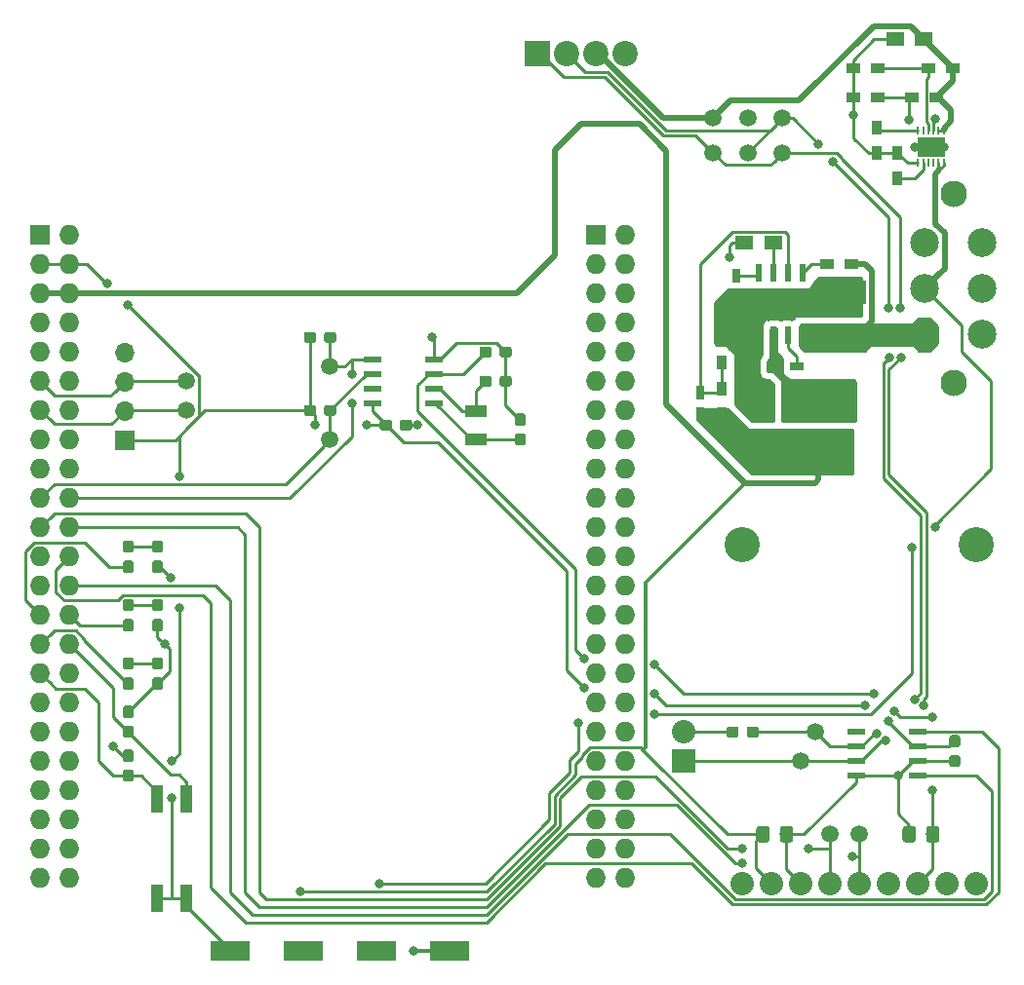
<source format=gtl>
G04 #@! TF.GenerationSoftware,KiCad,Pcbnew,(5.0.1)-3*
G04 #@! TF.CreationDate,2018-11-19T22:52:35-06:00*
G04 #@! TF.ProjectId,19-ELC-2700(Telemetry),31392D454C432D323730302854656C65,rev?*
G04 #@! TF.SameCoordinates,Original*
G04 #@! TF.FileFunction,Copper,L1,Top,Signal*
G04 #@! TF.FilePolarity,Positive*
%FSLAX46Y46*%
G04 Gerber Fmt 4.6, Leading zero omitted, Abs format (unit mm)*
G04 Created by KiCad (PCBNEW (5.0.1)-3) date 11/19/2018 10:52:35 PM*
%MOMM*%
%LPD*%
G01*
G04 APERTURE LIST*
G04 #@! TA.AperFunction,ComponentPad*
%ADD10O,1.727200X1.727200*%
G04 #@! TD*
G04 #@! TA.AperFunction,ComponentPad*
%ADD11R,1.727200X1.727200*%
G04 #@! TD*
G04 #@! TA.AperFunction,ComponentPad*
%ADD12C,1.500000*%
G04 #@! TD*
G04 #@! TA.AperFunction,WasherPad*
%ADD13C,2.300000*%
G04 #@! TD*
G04 #@! TA.AperFunction,ComponentPad*
%ADD14C,2.500000*%
G04 #@! TD*
G04 #@! TA.AperFunction,SMDPad,CuDef*
%ADD15R,0.750000X1.200000*%
G04 #@! TD*
G04 #@! TA.AperFunction,SMDPad,CuDef*
%ADD16R,1.550000X0.600000*%
G04 #@! TD*
G04 #@! TA.AperFunction,Conductor*
%ADD17C,0.100000*%
G04 #@! TD*
G04 #@! TA.AperFunction,SMDPad,CuDef*
%ADD18C,0.950000*%
G04 #@! TD*
G04 #@! TA.AperFunction,SMDPad,CuDef*
%ADD19C,1.150000*%
G04 #@! TD*
G04 #@! TA.AperFunction,SMDPad,CuDef*
%ADD20R,2.500000X2.000000*%
G04 #@! TD*
G04 #@! TA.AperFunction,SMDPad,CuDef*
%ADD21R,1.500000X1.250000*%
G04 #@! TD*
G04 #@! TA.AperFunction,SMDPad,CuDef*
%ADD22R,1.200000X0.750000*%
G04 #@! TD*
G04 #@! TA.AperFunction,ComponentPad*
%ADD23R,1.700000X1.700000*%
G04 #@! TD*
G04 #@! TA.AperFunction,ComponentPad*
%ADD24O,1.700000X1.700000*%
G04 #@! TD*
G04 #@! TA.AperFunction,ComponentPad*
%ADD25R,2.032000X2.032000*%
G04 #@! TD*
G04 #@! TA.AperFunction,ComponentPad*
%ADD26O,2.032000X2.032000*%
G04 #@! TD*
G04 #@! TA.AperFunction,SMDPad,CuDef*
%ADD27R,5.900000X2.450000*%
G04 #@! TD*
G04 #@! TA.AperFunction,SMDPad,CuDef*
%ADD28R,1.200000X0.900000*%
G04 #@! TD*
G04 #@! TA.AperFunction,SMDPad,CuDef*
%ADD29R,0.900000X1.200000*%
G04 #@! TD*
G04 #@! TA.AperFunction,SMDPad,CuDef*
%ADD30R,1.130000X2.440000*%
G04 #@! TD*
G04 #@! TA.AperFunction,BGAPad,CuDef*
%ADD31C,1.500000*%
G04 #@! TD*
G04 #@! TA.AperFunction,SMDPad,CuDef*
%ADD32R,3.400000X1.800000*%
G04 #@! TD*
G04 #@! TA.AperFunction,ComponentPad*
%ADD33C,2.032000*%
G04 #@! TD*
G04 #@! TA.AperFunction,WasherPad*
%ADD34C,3.048000*%
G04 #@! TD*
G04 #@! TA.AperFunction,SMDPad,CuDef*
%ADD35R,0.600000X1.550000*%
G04 #@! TD*
G04 #@! TA.AperFunction,SMDPad,CuDef*
%ADD36R,2.350000X2.350000*%
G04 #@! TD*
G04 #@! TA.AperFunction,SMDPad,CuDef*
%ADD37R,0.250000X0.700000*%
G04 #@! TD*
G04 #@! TA.AperFunction,SMDPad,CuDef*
%ADD38R,2.380000X1.660000*%
G04 #@! TD*
G04 #@! TA.AperFunction,SMDPad,CuDef*
%ADD39R,1.900000X1.100000*%
G04 #@! TD*
G04 #@! TA.AperFunction,ComponentPad*
%ADD40R,2.200000X2.200000*%
G04 #@! TD*
G04 #@! TA.AperFunction,ComponentPad*
%ADD41C,2.200000*%
G04 #@! TD*
G04 #@! TA.AperFunction,ViaPad*
%ADD42C,0.800000*%
G04 #@! TD*
G04 #@! TA.AperFunction,Conductor*
%ADD43C,0.250000*%
G04 #@! TD*
G04 #@! TA.AperFunction,Conductor*
%ADD44C,0.304800*%
G04 #@! TD*
G04 #@! TA.AperFunction,Conductor*
%ADD45C,0.508000*%
G04 #@! TD*
G04 #@! TA.AperFunction,Conductor*
%ADD46C,0.254000*%
G04 #@! TD*
G04 APERTURE END LIST*
D10*
G04 #@! TO.P,J1,P9_46*
G04 #@! TO.N,GND*
X42240000Y-95230000D03*
G04 #@! TO.P,J1,P9_45*
X39700000Y-95230000D03*
G04 #@! TO.P,J1,P9_44*
X42240000Y-92690000D03*
G04 #@! TO.P,J1,P9_43*
X39700000Y-92690000D03*
G04 #@! TO.P,J1,P9_42*
G04 #@! TO.N,Net-(J1-PadP9_42)*
X42240000Y-90150000D03*
G04 #@! TO.P,J1,P9_41*
G04 #@! TO.N,Net-(J1-PadP9_41)*
X39700000Y-90150000D03*
G04 #@! TO.P,J1,P9_40*
G04 #@! TO.N,Net-(J1-PadP9_40)*
X42240000Y-87610000D03*
G04 #@! TO.P,J1,P9_39*
G04 #@! TO.N,Net-(J1-PadP9_39)*
X39700000Y-87610000D03*
G04 #@! TO.P,J1,P9_38*
G04 #@! TO.N,Net-(J1-PadP9_38)*
X42240000Y-85070000D03*
G04 #@! TO.P,J1,P9_37*
G04 #@! TO.N,Net-(J1-PadP9_37)*
X39700000Y-85070000D03*
G04 #@! TO.P,J1,P9_36*
G04 #@! TO.N,Net-(J1-PadP9_36)*
X42240000Y-82530000D03*
G04 #@! TO.P,J1,P9_35*
G04 #@! TO.N,Net-(J1-PadP9_35)*
X39700000Y-82530000D03*
G04 #@! TO.P,J1,P9_34*
G04 #@! TO.N,Net-(J1-PadP9_34)*
X42240000Y-79990000D03*
G04 #@! TO.P,J1,P9_33*
G04 #@! TO.N,Net-(J1-PadP9_33)*
X39700000Y-79990000D03*
G04 #@! TO.P,J1,P9_32*
G04 #@! TO.N,Net-(J1-PadP9_32)*
X42240000Y-77450000D03*
G04 #@! TO.P,J1,P9_31*
G04 #@! TO.N,/SW2*
X39700000Y-77450000D03*
G04 #@! TO.P,J1,P9_30*
G04 #@! TO.N,/SW1*
X42240000Y-74910000D03*
G04 #@! TO.P,J1,P9_29*
G04 #@! TO.N,/LED2*
X39700000Y-74910000D03*
G04 #@! TO.P,J1,P9_28*
G04 #@! TO.N,/LED1*
X42240000Y-72370000D03*
G04 #@! TO.P,J1,P9_27*
G04 #@! TO.N,/LED0*
X39700000Y-72370000D03*
G04 #@! TO.P,J1,P9_26*
G04 #@! TO.N,/CANTX*
X42240000Y-69830000D03*
G04 #@! TO.P,J1,P9_25*
G04 #@! TO.N,Net-(J1-PadP9_25)*
X39700000Y-69830000D03*
G04 #@! TO.P,J1,P9_24*
G04 #@! TO.N,/CANRX*
X42240000Y-67290000D03*
G04 #@! TO.P,J1,P9_23*
G04 #@! TO.N,Net-(J1-PadP9_23)*
X39700000Y-67290000D03*
G04 #@! TO.P,J1,P9_22*
G04 #@! TO.N,/GPSRX*
X42240000Y-64750000D03*
G04 #@! TO.P,J1,P9_21*
G04 #@! TO.N,/GPSTX*
X39700000Y-64750000D03*
G04 #@! TO.P,J1,P9_20*
G04 #@! TO.N,/I2Ccom*
X42240000Y-62210000D03*
G04 #@! TO.P,J1,P9_19*
G04 #@! TO.N,/I2Cclk*
X39700000Y-62210000D03*
G04 #@! TO.P,J1,P9_18*
G04 #@! TO.N,Net-(J1-PadP9_18)*
X42240000Y-59670000D03*
G04 #@! TO.P,J1,P9_17*
G04 #@! TO.N,Net-(J1-PadP9_17)*
X39700000Y-59670000D03*
G04 #@! TO.P,J1,P9_16*
G04 #@! TO.N,Net-(J1-PadP9_16)*
X42240000Y-57130000D03*
G04 #@! TO.P,J1,P9_15*
G04 #@! TO.N,Net-(J1-PadP9_15)*
X39700000Y-57130000D03*
G04 #@! TO.P,J1,P9_14*
G04 #@! TO.N,Net-(J1-PadP9_14)*
X42240000Y-54590000D03*
G04 #@! TO.P,J1,P9_13*
G04 #@! TO.N,/UART_TX*
X39700000Y-54590000D03*
G04 #@! TO.P,J1,P9_12*
G04 #@! TO.N,Net-(J1-PadP9_12)*
X42240000Y-52050000D03*
G04 #@! TO.P,J1,P9_11*
G04 #@! TO.N,/UART_RX*
X39700000Y-52050000D03*
G04 #@! TO.P,J1,P9_10*
G04 #@! TO.N,Net-(J1-PadP9_10)*
X42240000Y-49510000D03*
G04 #@! TO.P,J1,P9_9*
G04 #@! TO.N,Net-(J1-PadP9_9)*
X39700000Y-49510000D03*
G04 #@! TO.P,J1,P9_8*
G04 #@! TO.N,Net-(J1-PadP9_8)*
X42240000Y-46970000D03*
G04 #@! TO.P,J1,P9_7*
G04 #@! TO.N,Net-(J1-PadP9_7)*
X39700000Y-46970000D03*
G04 #@! TO.P,J1,P9_6*
G04 #@! TO.N,+5V*
X42240000Y-44430000D03*
G04 #@! TO.P,J1,P9_5*
X39700000Y-44430000D03*
G04 #@! TO.P,J1,P9_4*
G04 #@! TO.N,+3V3*
X42240000Y-41890000D03*
G04 #@! TO.P,J1,P9_3*
X39700000Y-41890000D03*
G04 #@! TO.P,J1,P9_2*
G04 #@! TO.N,GND*
X42240000Y-39350000D03*
D11*
G04 #@! TO.P,J1,P9_1*
X39700000Y-39350000D03*
D10*
G04 #@! TO.P,J1,P8_25*
G04 #@! TO.N,Net-(J1-PadP8_25)*
X87960000Y-69830000D03*
G04 #@! TO.P,J1,P8_10*
G04 #@! TO.N,Net-(J1-PadP8_10)*
X90500000Y-49510000D03*
G04 #@! TO.P,J1,P8_37*
G04 #@! TO.N,Net-(J1-PadP8_37)*
X87960000Y-85070000D03*
G04 #@! TO.P,J1,P8_18*
G04 #@! TO.N,Net-(J1-PadP8_18)*
X90500000Y-59670000D03*
G04 #@! TO.P,J1,P8_39*
G04 #@! TO.N,Net-(J1-PadP8_39)*
X87960000Y-87610000D03*
G04 #@! TO.P,J1,P8_27*
G04 #@! TO.N,Net-(J1-PadP8_27)*
X87960000Y-72370000D03*
G04 #@! TO.P,J1,P8_15*
G04 #@! TO.N,Net-(J1-PadP8_15)*
X87960000Y-57130000D03*
G04 #@! TO.P,J1,P8_11*
G04 #@! TO.N,Net-(J1-PadP8_11)*
X87960000Y-52050000D03*
G04 #@! TO.P,J1,P8_4*
G04 #@! TO.N,Net-(J1-PadP8_4)*
X90500000Y-41890000D03*
G04 #@! TO.P,J1,P8_31*
G04 #@! TO.N,Net-(J1-PadP8_31)*
X87960000Y-77450000D03*
G04 #@! TO.P,J1,P8_17*
G04 #@! TO.N,Net-(J1-PadP8_17)*
X87960000Y-59670000D03*
G04 #@! TO.P,J1,P8_7*
G04 #@! TO.N,Net-(J1-PadP8_7)*
X87960000Y-46970000D03*
G04 #@! TO.P,J1,P8_40*
G04 #@! TO.N,Net-(J1-PadP8_40)*
X90500000Y-87610000D03*
G04 #@! TO.P,J1,P8_46*
G04 #@! TO.N,Net-(J1-PadP8_46)*
X90500000Y-95230000D03*
G04 #@! TO.P,J1,P8_29*
G04 #@! TO.N,Net-(J1-PadP8_29)*
X87960000Y-74910000D03*
G04 #@! TO.P,J1,P8_12*
G04 #@! TO.N,Net-(J1-PadP8_12)*
X90500000Y-52050000D03*
G04 #@! TO.P,J1,P8_43*
G04 #@! TO.N,Net-(J1-PadP8_43)*
X87960000Y-92690000D03*
G04 #@! TO.P,J1,P8_42*
G04 #@! TO.N,Net-(J1-PadP8_42)*
X90500000Y-90150000D03*
G04 #@! TO.P,J1,P8_45*
G04 #@! TO.N,Net-(J1-PadP8_45)*
X87960000Y-95230000D03*
G04 #@! TO.P,J1,P8_34*
G04 #@! TO.N,Net-(J1-PadP8_34)*
X90500000Y-79990000D03*
G04 #@! TO.P,J1,P8_22*
G04 #@! TO.N,Net-(J1-PadP8_22)*
X90500000Y-64750000D03*
G04 #@! TO.P,J1,P8_6*
G04 #@! TO.N,Net-(J1-PadP8_6)*
X90500000Y-44430000D03*
G04 #@! TO.P,J1,P8_24*
G04 #@! TO.N,Net-(J1-PadP8_24)*
X90500000Y-67290000D03*
G04 #@! TO.P,J1,P8_8*
G04 #@! TO.N,Net-(J1-PadP8_8)*
X90500000Y-46970000D03*
G04 #@! TO.P,J1,P8_5*
G04 #@! TO.N,Net-(J1-PadP8_5)*
X87960000Y-44430000D03*
G04 #@! TO.P,J1,P8_3*
G04 #@! TO.N,Net-(J1-PadP8_3)*
X87960000Y-41890000D03*
G04 #@! TO.P,J1,P8_2*
G04 #@! TO.N,GND*
X90500000Y-39350000D03*
D11*
G04 #@! TO.P,J1,P8_1*
X87960000Y-39350000D03*
D10*
G04 #@! TO.P,J1,P8_38*
G04 #@! TO.N,Net-(J1-PadP8_38)*
X90500000Y-85070000D03*
G04 #@! TO.P,J1,P8_36*
G04 #@! TO.N,Net-(J1-PadP8_36)*
X90500000Y-82530000D03*
G04 #@! TO.P,J1,P8_23*
G04 #@! TO.N,Net-(J1-PadP8_23)*
X87960000Y-67290000D03*
G04 #@! TO.P,J1,P8_20*
G04 #@! TO.N,Net-(J1-PadP8_20)*
X90500000Y-62210000D03*
G04 #@! TO.P,J1,P8_9*
G04 #@! TO.N,Net-(J1-PadP8_9)*
X87960000Y-49510000D03*
G04 #@! TO.P,J1,P8_33*
G04 #@! TO.N,Net-(J1-PadP8_33)*
X87960000Y-79990000D03*
G04 #@! TO.P,J1,P8_28*
G04 #@! TO.N,Net-(J1-PadP8_28)*
X90500000Y-72370000D03*
G04 #@! TO.P,J1,P8_16*
G04 #@! TO.N,Net-(J1-PadP8_16)*
X90500000Y-57130000D03*
G04 #@! TO.P,J1,P8_14*
G04 #@! TO.N,Net-(J1-PadP8_14)*
X90500000Y-54590000D03*
G04 #@! TO.P,J1,P8_19*
G04 #@! TO.N,Net-(J1-PadP8_19)*
X87960000Y-62210000D03*
G04 #@! TO.P,J1,P8_41*
G04 #@! TO.N,Net-(J1-PadP8_41)*
X87960000Y-90150000D03*
G04 #@! TO.P,J1,P8_30*
G04 #@! TO.N,Net-(J1-PadP8_30)*
X90500000Y-74910000D03*
G04 #@! TO.P,J1,P8_44*
G04 #@! TO.N,Net-(J1-PadP8_44)*
X90500000Y-92690000D03*
G04 #@! TO.P,J1,P8_26*
G04 #@! TO.N,Net-(J1-PadP8_26)*
X90500000Y-69830000D03*
G04 #@! TO.P,J1,P8_35*
G04 #@! TO.N,Net-(J1-PadP8_35)*
X87960000Y-82530000D03*
G04 #@! TO.P,J1,P8_32*
G04 #@! TO.N,Net-(J1-PadP8_32)*
X90500000Y-77450000D03*
G04 #@! TO.P,J1,P8_21*
G04 #@! TO.N,Net-(J1-PadP8_21)*
X87960000Y-64750000D03*
G04 #@! TO.P,J1,P8_13*
G04 #@! TO.N,Net-(J1-PadP8_13)*
X87960000Y-54590000D03*
G04 #@! TD*
D12*
G04 #@! TO.P,J3,1*
G04 #@! TO.N,/12V_RAW*
X98120000Y-29190000D03*
G04 #@! TO.P,J3,4*
G04 #@! TO.N,/CANHigh*
X98120000Y-32190000D03*
G04 #@! TO.P,J3,5*
G04 #@! TO.N,/CANLow*
X101120000Y-32190000D03*
G04 #@! TO.P,J3,2*
G04 #@! TO.N,GND*
X101120000Y-29190000D03*
G04 #@! TO.P,J3,6*
G04 #@! TO.N,/CANHigh*
X104120000Y-32190000D03*
G04 #@! TO.P,J3,3*
G04 #@! TO.N,/CANLow*
X104120000Y-29190000D03*
G04 #@! TD*
D13*
G04 #@! TO.P,U1,*
G04 #@! TO.N,*
X118988000Y-35736000D03*
X118988000Y-52236000D03*
D14*
G04 #@! TO.P,U1,5*
G04 #@! TO.N,+12V*
X116488000Y-43986000D03*
G04 #@! TO.P,U1,4*
G04 #@! TO.N,Net-(U1-Pad4)*
X116488000Y-39986000D03*
G04 #@! TO.P,U1,6*
G04 #@! TO.N,/12V to 5V Converter/12V_IN*
X116488000Y-47986000D03*
G04 #@! TO.P,U1,3*
G04 #@! TO.N,Net-(U1-Pad3)*
X121488000Y-47986000D03*
G04 #@! TO.P,U1,2*
G04 #@! TO.N,Net-(U1-Pad2)*
X121488000Y-43986000D03*
G04 #@! TO.P,U1,1*
G04 #@! TO.N,Net-(U1-Pad1)*
X121488000Y-39986000D03*
G04 #@! TD*
D15*
G04 #@! TO.P,C10,2*
G04 #@! TO.N,GND*
X100152000Y-44745000D03*
G04 #@! TO.P,C10,1*
G04 #@! TO.N,Net-(C10-Pad1)*
X100152000Y-42845000D03*
G04 #@! TD*
D16*
G04 #@! TO.P,U2,1*
G04 #@! TO.N,Net-(C4-Pad1)*
X73896000Y-53955000D03*
G04 #@! TO.P,U2,2*
G04 #@! TO.N,Net-(C3-Pad1)*
X73896000Y-52685000D03*
G04 #@! TO.P,U2,3*
G04 #@! TO.N,+BATT*
X73896000Y-51415000D03*
G04 #@! TO.P,U2,4*
G04 #@! TO.N,GND*
X73896000Y-50145000D03*
G04 #@! TO.P,U2,5*
G04 #@! TO.N,/I2Ccom*
X68496000Y-50145000D03*
G04 #@! TO.P,U2,6*
G04 #@! TO.N,/I2Cclk*
X68496000Y-51415000D03*
G04 #@! TO.P,U2,7*
G04 #@! TO.N,Net-(U2-Pad7)*
X68496000Y-52685000D03*
G04 #@! TO.P,U2,8*
G04 #@! TO.N,+3V3*
X68496000Y-53955000D03*
G04 #@! TD*
D17*
G04 #@! TO.N,GND*
G04 #@! TO.C,C1*
G36*
X71746779Y-55386144D02*
X71769834Y-55389563D01*
X71792443Y-55395227D01*
X71814387Y-55403079D01*
X71835457Y-55413044D01*
X71855448Y-55425026D01*
X71874168Y-55438910D01*
X71891438Y-55454562D01*
X71907090Y-55471832D01*
X71920974Y-55490552D01*
X71932956Y-55510543D01*
X71942921Y-55531613D01*
X71950773Y-55553557D01*
X71956437Y-55576166D01*
X71959856Y-55599221D01*
X71961000Y-55622500D01*
X71961000Y-56097500D01*
X71959856Y-56120779D01*
X71956437Y-56143834D01*
X71950773Y-56166443D01*
X71942921Y-56188387D01*
X71932956Y-56209457D01*
X71920974Y-56229448D01*
X71907090Y-56248168D01*
X71891438Y-56265438D01*
X71874168Y-56281090D01*
X71855448Y-56294974D01*
X71835457Y-56306956D01*
X71814387Y-56316921D01*
X71792443Y-56324773D01*
X71769834Y-56330437D01*
X71746779Y-56333856D01*
X71723500Y-56335000D01*
X71148500Y-56335000D01*
X71125221Y-56333856D01*
X71102166Y-56330437D01*
X71079557Y-56324773D01*
X71057613Y-56316921D01*
X71036543Y-56306956D01*
X71016552Y-56294974D01*
X70997832Y-56281090D01*
X70980562Y-56265438D01*
X70964910Y-56248168D01*
X70951026Y-56229448D01*
X70939044Y-56209457D01*
X70929079Y-56188387D01*
X70921227Y-56166443D01*
X70915563Y-56143834D01*
X70912144Y-56120779D01*
X70911000Y-56097500D01*
X70911000Y-55622500D01*
X70912144Y-55599221D01*
X70915563Y-55576166D01*
X70921227Y-55553557D01*
X70929079Y-55531613D01*
X70939044Y-55510543D01*
X70951026Y-55490552D01*
X70964910Y-55471832D01*
X70980562Y-55454562D01*
X70997832Y-55438910D01*
X71016552Y-55425026D01*
X71036543Y-55413044D01*
X71057613Y-55403079D01*
X71079557Y-55395227D01*
X71102166Y-55389563D01*
X71125221Y-55386144D01*
X71148500Y-55385000D01*
X71723500Y-55385000D01*
X71746779Y-55386144D01*
X71746779Y-55386144D01*
G37*
D18*
G04 #@! TD*
G04 #@! TO.P,C1,2*
G04 #@! TO.N,GND*
X71436000Y-55860000D03*
D17*
G04 #@! TO.N,+3V3*
G04 #@! TO.C,C1*
G36*
X69996779Y-55386144D02*
X70019834Y-55389563D01*
X70042443Y-55395227D01*
X70064387Y-55403079D01*
X70085457Y-55413044D01*
X70105448Y-55425026D01*
X70124168Y-55438910D01*
X70141438Y-55454562D01*
X70157090Y-55471832D01*
X70170974Y-55490552D01*
X70182956Y-55510543D01*
X70192921Y-55531613D01*
X70200773Y-55553557D01*
X70206437Y-55576166D01*
X70209856Y-55599221D01*
X70211000Y-55622500D01*
X70211000Y-56097500D01*
X70209856Y-56120779D01*
X70206437Y-56143834D01*
X70200773Y-56166443D01*
X70192921Y-56188387D01*
X70182956Y-56209457D01*
X70170974Y-56229448D01*
X70157090Y-56248168D01*
X70141438Y-56265438D01*
X70124168Y-56281090D01*
X70105448Y-56294974D01*
X70085457Y-56306956D01*
X70064387Y-56316921D01*
X70042443Y-56324773D01*
X70019834Y-56330437D01*
X69996779Y-56333856D01*
X69973500Y-56335000D01*
X69398500Y-56335000D01*
X69375221Y-56333856D01*
X69352166Y-56330437D01*
X69329557Y-56324773D01*
X69307613Y-56316921D01*
X69286543Y-56306956D01*
X69266552Y-56294974D01*
X69247832Y-56281090D01*
X69230562Y-56265438D01*
X69214910Y-56248168D01*
X69201026Y-56229448D01*
X69189044Y-56209457D01*
X69179079Y-56188387D01*
X69171227Y-56166443D01*
X69165563Y-56143834D01*
X69162144Y-56120779D01*
X69161000Y-56097500D01*
X69161000Y-55622500D01*
X69162144Y-55599221D01*
X69165563Y-55576166D01*
X69171227Y-55553557D01*
X69179079Y-55531613D01*
X69189044Y-55510543D01*
X69201026Y-55490552D01*
X69214910Y-55471832D01*
X69230562Y-55454562D01*
X69247832Y-55438910D01*
X69266552Y-55425026D01*
X69286543Y-55413044D01*
X69307613Y-55403079D01*
X69329557Y-55395227D01*
X69352166Y-55389563D01*
X69375221Y-55386144D01*
X69398500Y-55385000D01*
X69973500Y-55385000D01*
X69996779Y-55386144D01*
X69996779Y-55386144D01*
G37*
D18*
G04 #@! TD*
G04 #@! TO.P,C1,1*
G04 #@! TO.N,+3V3*
X69686000Y-55860000D03*
D17*
G04 #@! TO.N,+BATT*
G04 #@! TO.C,C2*
G36*
X78646779Y-49036144D02*
X78669834Y-49039563D01*
X78692443Y-49045227D01*
X78714387Y-49053079D01*
X78735457Y-49063044D01*
X78755448Y-49075026D01*
X78774168Y-49088910D01*
X78791438Y-49104562D01*
X78807090Y-49121832D01*
X78820974Y-49140552D01*
X78832956Y-49160543D01*
X78842921Y-49181613D01*
X78850773Y-49203557D01*
X78856437Y-49226166D01*
X78859856Y-49249221D01*
X78861000Y-49272500D01*
X78861000Y-49747500D01*
X78859856Y-49770779D01*
X78856437Y-49793834D01*
X78850773Y-49816443D01*
X78842921Y-49838387D01*
X78832956Y-49859457D01*
X78820974Y-49879448D01*
X78807090Y-49898168D01*
X78791438Y-49915438D01*
X78774168Y-49931090D01*
X78755448Y-49944974D01*
X78735457Y-49956956D01*
X78714387Y-49966921D01*
X78692443Y-49974773D01*
X78669834Y-49980437D01*
X78646779Y-49983856D01*
X78623500Y-49985000D01*
X78048500Y-49985000D01*
X78025221Y-49983856D01*
X78002166Y-49980437D01*
X77979557Y-49974773D01*
X77957613Y-49966921D01*
X77936543Y-49956956D01*
X77916552Y-49944974D01*
X77897832Y-49931090D01*
X77880562Y-49915438D01*
X77864910Y-49898168D01*
X77851026Y-49879448D01*
X77839044Y-49859457D01*
X77829079Y-49838387D01*
X77821227Y-49816443D01*
X77815563Y-49793834D01*
X77812144Y-49770779D01*
X77811000Y-49747500D01*
X77811000Y-49272500D01*
X77812144Y-49249221D01*
X77815563Y-49226166D01*
X77821227Y-49203557D01*
X77829079Y-49181613D01*
X77839044Y-49160543D01*
X77851026Y-49140552D01*
X77864910Y-49121832D01*
X77880562Y-49104562D01*
X77897832Y-49088910D01*
X77916552Y-49075026D01*
X77936543Y-49063044D01*
X77957613Y-49053079D01*
X77979557Y-49045227D01*
X78002166Y-49039563D01*
X78025221Y-49036144D01*
X78048500Y-49035000D01*
X78623500Y-49035000D01*
X78646779Y-49036144D01*
X78646779Y-49036144D01*
G37*
D18*
G04 #@! TD*
G04 #@! TO.P,C2,1*
G04 #@! TO.N,+BATT*
X78336000Y-49510000D03*
D17*
G04 #@! TO.N,GND*
G04 #@! TO.C,C2*
G36*
X80396779Y-49036144D02*
X80419834Y-49039563D01*
X80442443Y-49045227D01*
X80464387Y-49053079D01*
X80485457Y-49063044D01*
X80505448Y-49075026D01*
X80524168Y-49088910D01*
X80541438Y-49104562D01*
X80557090Y-49121832D01*
X80570974Y-49140552D01*
X80582956Y-49160543D01*
X80592921Y-49181613D01*
X80600773Y-49203557D01*
X80606437Y-49226166D01*
X80609856Y-49249221D01*
X80611000Y-49272500D01*
X80611000Y-49747500D01*
X80609856Y-49770779D01*
X80606437Y-49793834D01*
X80600773Y-49816443D01*
X80592921Y-49838387D01*
X80582956Y-49859457D01*
X80570974Y-49879448D01*
X80557090Y-49898168D01*
X80541438Y-49915438D01*
X80524168Y-49931090D01*
X80505448Y-49944974D01*
X80485457Y-49956956D01*
X80464387Y-49966921D01*
X80442443Y-49974773D01*
X80419834Y-49980437D01*
X80396779Y-49983856D01*
X80373500Y-49985000D01*
X79798500Y-49985000D01*
X79775221Y-49983856D01*
X79752166Y-49980437D01*
X79729557Y-49974773D01*
X79707613Y-49966921D01*
X79686543Y-49956956D01*
X79666552Y-49944974D01*
X79647832Y-49931090D01*
X79630562Y-49915438D01*
X79614910Y-49898168D01*
X79601026Y-49879448D01*
X79589044Y-49859457D01*
X79579079Y-49838387D01*
X79571227Y-49816443D01*
X79565563Y-49793834D01*
X79562144Y-49770779D01*
X79561000Y-49747500D01*
X79561000Y-49272500D01*
X79562144Y-49249221D01*
X79565563Y-49226166D01*
X79571227Y-49203557D01*
X79579079Y-49181613D01*
X79589044Y-49160543D01*
X79601026Y-49140552D01*
X79614910Y-49121832D01*
X79630562Y-49104562D01*
X79647832Y-49088910D01*
X79666552Y-49075026D01*
X79686543Y-49063044D01*
X79707613Y-49053079D01*
X79729557Y-49045227D01*
X79752166Y-49039563D01*
X79775221Y-49036144D01*
X79798500Y-49035000D01*
X80373500Y-49035000D01*
X80396779Y-49036144D01*
X80396779Y-49036144D01*
G37*
D18*
G04 #@! TD*
G04 #@! TO.P,C2,2*
G04 #@! TO.N,GND*
X80086000Y-49510000D03*
D17*
G04 #@! TO.N,GND*
G04 #@! TO.C,C3*
G36*
X80396779Y-51576144D02*
X80419834Y-51579563D01*
X80442443Y-51585227D01*
X80464387Y-51593079D01*
X80485457Y-51603044D01*
X80505448Y-51615026D01*
X80524168Y-51628910D01*
X80541438Y-51644562D01*
X80557090Y-51661832D01*
X80570974Y-51680552D01*
X80582956Y-51700543D01*
X80592921Y-51721613D01*
X80600773Y-51743557D01*
X80606437Y-51766166D01*
X80609856Y-51789221D01*
X80611000Y-51812500D01*
X80611000Y-52287500D01*
X80609856Y-52310779D01*
X80606437Y-52333834D01*
X80600773Y-52356443D01*
X80592921Y-52378387D01*
X80582956Y-52399457D01*
X80570974Y-52419448D01*
X80557090Y-52438168D01*
X80541438Y-52455438D01*
X80524168Y-52471090D01*
X80505448Y-52484974D01*
X80485457Y-52496956D01*
X80464387Y-52506921D01*
X80442443Y-52514773D01*
X80419834Y-52520437D01*
X80396779Y-52523856D01*
X80373500Y-52525000D01*
X79798500Y-52525000D01*
X79775221Y-52523856D01*
X79752166Y-52520437D01*
X79729557Y-52514773D01*
X79707613Y-52506921D01*
X79686543Y-52496956D01*
X79666552Y-52484974D01*
X79647832Y-52471090D01*
X79630562Y-52455438D01*
X79614910Y-52438168D01*
X79601026Y-52419448D01*
X79589044Y-52399457D01*
X79579079Y-52378387D01*
X79571227Y-52356443D01*
X79565563Y-52333834D01*
X79562144Y-52310779D01*
X79561000Y-52287500D01*
X79561000Y-51812500D01*
X79562144Y-51789221D01*
X79565563Y-51766166D01*
X79571227Y-51743557D01*
X79579079Y-51721613D01*
X79589044Y-51700543D01*
X79601026Y-51680552D01*
X79614910Y-51661832D01*
X79630562Y-51644562D01*
X79647832Y-51628910D01*
X79666552Y-51615026D01*
X79686543Y-51603044D01*
X79707613Y-51593079D01*
X79729557Y-51585227D01*
X79752166Y-51579563D01*
X79775221Y-51576144D01*
X79798500Y-51575000D01*
X80373500Y-51575000D01*
X80396779Y-51576144D01*
X80396779Y-51576144D01*
G37*
D18*
G04 #@! TD*
G04 #@! TO.P,C3,2*
G04 #@! TO.N,GND*
X80086000Y-52050000D03*
D17*
G04 #@! TO.N,Net-(C3-Pad1)*
G04 #@! TO.C,C3*
G36*
X78646779Y-51576144D02*
X78669834Y-51579563D01*
X78692443Y-51585227D01*
X78714387Y-51593079D01*
X78735457Y-51603044D01*
X78755448Y-51615026D01*
X78774168Y-51628910D01*
X78791438Y-51644562D01*
X78807090Y-51661832D01*
X78820974Y-51680552D01*
X78832956Y-51700543D01*
X78842921Y-51721613D01*
X78850773Y-51743557D01*
X78856437Y-51766166D01*
X78859856Y-51789221D01*
X78861000Y-51812500D01*
X78861000Y-52287500D01*
X78859856Y-52310779D01*
X78856437Y-52333834D01*
X78850773Y-52356443D01*
X78842921Y-52378387D01*
X78832956Y-52399457D01*
X78820974Y-52419448D01*
X78807090Y-52438168D01*
X78791438Y-52455438D01*
X78774168Y-52471090D01*
X78755448Y-52484974D01*
X78735457Y-52496956D01*
X78714387Y-52506921D01*
X78692443Y-52514773D01*
X78669834Y-52520437D01*
X78646779Y-52523856D01*
X78623500Y-52525000D01*
X78048500Y-52525000D01*
X78025221Y-52523856D01*
X78002166Y-52520437D01*
X77979557Y-52514773D01*
X77957613Y-52506921D01*
X77936543Y-52496956D01*
X77916552Y-52484974D01*
X77897832Y-52471090D01*
X77880562Y-52455438D01*
X77864910Y-52438168D01*
X77851026Y-52419448D01*
X77839044Y-52399457D01*
X77829079Y-52378387D01*
X77821227Y-52356443D01*
X77815563Y-52333834D01*
X77812144Y-52310779D01*
X77811000Y-52287500D01*
X77811000Y-51812500D01*
X77812144Y-51789221D01*
X77815563Y-51766166D01*
X77821227Y-51743557D01*
X77829079Y-51721613D01*
X77839044Y-51700543D01*
X77851026Y-51680552D01*
X77864910Y-51661832D01*
X77880562Y-51644562D01*
X77897832Y-51628910D01*
X77916552Y-51615026D01*
X77936543Y-51603044D01*
X77957613Y-51593079D01*
X77979557Y-51585227D01*
X78002166Y-51579563D01*
X78025221Y-51576144D01*
X78048500Y-51575000D01*
X78623500Y-51575000D01*
X78646779Y-51576144D01*
X78646779Y-51576144D01*
G37*
D18*
G04 #@! TD*
G04 #@! TO.P,C3,1*
G04 #@! TO.N,Net-(C3-Pad1)*
X78336000Y-52050000D03*
D17*
G04 #@! TO.N,Net-(C4-Pad1)*
G04 #@! TO.C,C4*
G36*
X81616779Y-56606144D02*
X81639834Y-56609563D01*
X81662443Y-56615227D01*
X81684387Y-56623079D01*
X81705457Y-56633044D01*
X81725448Y-56645026D01*
X81744168Y-56658910D01*
X81761438Y-56674562D01*
X81777090Y-56691832D01*
X81790974Y-56710552D01*
X81802956Y-56730543D01*
X81812921Y-56751613D01*
X81820773Y-56773557D01*
X81826437Y-56796166D01*
X81829856Y-56819221D01*
X81831000Y-56842500D01*
X81831000Y-57417500D01*
X81829856Y-57440779D01*
X81826437Y-57463834D01*
X81820773Y-57486443D01*
X81812921Y-57508387D01*
X81802956Y-57529457D01*
X81790974Y-57549448D01*
X81777090Y-57568168D01*
X81761438Y-57585438D01*
X81744168Y-57601090D01*
X81725448Y-57614974D01*
X81705457Y-57626956D01*
X81684387Y-57636921D01*
X81662443Y-57644773D01*
X81639834Y-57650437D01*
X81616779Y-57653856D01*
X81593500Y-57655000D01*
X81118500Y-57655000D01*
X81095221Y-57653856D01*
X81072166Y-57650437D01*
X81049557Y-57644773D01*
X81027613Y-57636921D01*
X81006543Y-57626956D01*
X80986552Y-57614974D01*
X80967832Y-57601090D01*
X80950562Y-57585438D01*
X80934910Y-57568168D01*
X80921026Y-57549448D01*
X80909044Y-57529457D01*
X80899079Y-57508387D01*
X80891227Y-57486443D01*
X80885563Y-57463834D01*
X80882144Y-57440779D01*
X80881000Y-57417500D01*
X80881000Y-56842500D01*
X80882144Y-56819221D01*
X80885563Y-56796166D01*
X80891227Y-56773557D01*
X80899079Y-56751613D01*
X80909044Y-56730543D01*
X80921026Y-56710552D01*
X80934910Y-56691832D01*
X80950562Y-56674562D01*
X80967832Y-56658910D01*
X80986552Y-56645026D01*
X81006543Y-56633044D01*
X81027613Y-56623079D01*
X81049557Y-56615227D01*
X81072166Y-56609563D01*
X81095221Y-56606144D01*
X81118500Y-56605000D01*
X81593500Y-56605000D01*
X81616779Y-56606144D01*
X81616779Y-56606144D01*
G37*
D18*
G04 #@! TD*
G04 #@! TO.P,C4,1*
G04 #@! TO.N,Net-(C4-Pad1)*
X81356000Y-57130000D03*
D17*
G04 #@! TO.N,GND*
G04 #@! TO.C,C4*
G36*
X81616779Y-54856144D02*
X81639834Y-54859563D01*
X81662443Y-54865227D01*
X81684387Y-54873079D01*
X81705457Y-54883044D01*
X81725448Y-54895026D01*
X81744168Y-54908910D01*
X81761438Y-54924562D01*
X81777090Y-54941832D01*
X81790974Y-54960552D01*
X81802956Y-54980543D01*
X81812921Y-55001613D01*
X81820773Y-55023557D01*
X81826437Y-55046166D01*
X81829856Y-55069221D01*
X81831000Y-55092500D01*
X81831000Y-55667500D01*
X81829856Y-55690779D01*
X81826437Y-55713834D01*
X81820773Y-55736443D01*
X81812921Y-55758387D01*
X81802956Y-55779457D01*
X81790974Y-55799448D01*
X81777090Y-55818168D01*
X81761438Y-55835438D01*
X81744168Y-55851090D01*
X81725448Y-55864974D01*
X81705457Y-55876956D01*
X81684387Y-55886921D01*
X81662443Y-55894773D01*
X81639834Y-55900437D01*
X81616779Y-55903856D01*
X81593500Y-55905000D01*
X81118500Y-55905000D01*
X81095221Y-55903856D01*
X81072166Y-55900437D01*
X81049557Y-55894773D01*
X81027613Y-55886921D01*
X81006543Y-55876956D01*
X80986552Y-55864974D01*
X80967832Y-55851090D01*
X80950562Y-55835438D01*
X80934910Y-55818168D01*
X80921026Y-55799448D01*
X80909044Y-55779457D01*
X80899079Y-55758387D01*
X80891227Y-55736443D01*
X80885563Y-55713834D01*
X80882144Y-55690779D01*
X80881000Y-55667500D01*
X80881000Y-55092500D01*
X80882144Y-55069221D01*
X80885563Y-55046166D01*
X80891227Y-55023557D01*
X80899079Y-55001613D01*
X80909044Y-54980543D01*
X80921026Y-54960552D01*
X80934910Y-54941832D01*
X80950562Y-54924562D01*
X80967832Y-54908910D01*
X80986552Y-54895026D01*
X81006543Y-54883044D01*
X81027613Y-54873079D01*
X81049557Y-54865227D01*
X81072166Y-54859563D01*
X81095221Y-54856144D01*
X81118500Y-54855000D01*
X81593500Y-54855000D01*
X81616779Y-54856144D01*
X81616779Y-54856144D01*
G37*
D18*
G04 #@! TD*
G04 #@! TO.P,C4,2*
G04 #@! TO.N,GND*
X81356000Y-55380000D03*
D17*
G04 #@! TO.N,GND*
G04 #@! TO.C,C5*
G36*
X115469505Y-90721204D02*
X115493773Y-90724804D01*
X115517572Y-90730765D01*
X115540671Y-90739030D01*
X115562850Y-90749520D01*
X115583893Y-90762132D01*
X115603599Y-90776747D01*
X115621777Y-90793223D01*
X115638253Y-90811401D01*
X115652868Y-90831107D01*
X115665480Y-90852150D01*
X115675970Y-90874329D01*
X115684235Y-90897428D01*
X115690196Y-90921227D01*
X115693796Y-90945495D01*
X115695000Y-90969999D01*
X115695000Y-91870001D01*
X115693796Y-91894505D01*
X115690196Y-91918773D01*
X115684235Y-91942572D01*
X115675970Y-91965671D01*
X115665480Y-91987850D01*
X115652868Y-92008893D01*
X115638253Y-92028599D01*
X115621777Y-92046777D01*
X115603599Y-92063253D01*
X115583893Y-92077868D01*
X115562850Y-92090480D01*
X115540671Y-92100970D01*
X115517572Y-92109235D01*
X115493773Y-92115196D01*
X115469505Y-92118796D01*
X115445001Y-92120000D01*
X114794999Y-92120000D01*
X114770495Y-92118796D01*
X114746227Y-92115196D01*
X114722428Y-92109235D01*
X114699329Y-92100970D01*
X114677150Y-92090480D01*
X114656107Y-92077868D01*
X114636401Y-92063253D01*
X114618223Y-92046777D01*
X114601747Y-92028599D01*
X114587132Y-92008893D01*
X114574520Y-91987850D01*
X114564030Y-91965671D01*
X114555765Y-91942572D01*
X114549804Y-91918773D01*
X114546204Y-91894505D01*
X114545000Y-91870001D01*
X114545000Y-90969999D01*
X114546204Y-90945495D01*
X114549804Y-90921227D01*
X114555765Y-90897428D01*
X114564030Y-90874329D01*
X114574520Y-90852150D01*
X114587132Y-90831107D01*
X114601747Y-90811401D01*
X114618223Y-90793223D01*
X114636401Y-90776747D01*
X114656107Y-90762132D01*
X114677150Y-90749520D01*
X114699329Y-90739030D01*
X114722428Y-90730765D01*
X114746227Y-90724804D01*
X114770495Y-90721204D01*
X114794999Y-90720000D01*
X115445001Y-90720000D01*
X115469505Y-90721204D01*
X115469505Y-90721204D01*
G37*
D19*
G04 #@! TD*
G04 #@! TO.P,C5,2*
G04 #@! TO.N,GND*
X115120000Y-91420000D03*
D17*
G04 #@! TO.N,+BATT*
G04 #@! TO.C,C5*
G36*
X117519505Y-90721204D02*
X117543773Y-90724804D01*
X117567572Y-90730765D01*
X117590671Y-90739030D01*
X117612850Y-90749520D01*
X117633893Y-90762132D01*
X117653599Y-90776747D01*
X117671777Y-90793223D01*
X117688253Y-90811401D01*
X117702868Y-90831107D01*
X117715480Y-90852150D01*
X117725970Y-90874329D01*
X117734235Y-90897428D01*
X117740196Y-90921227D01*
X117743796Y-90945495D01*
X117745000Y-90969999D01*
X117745000Y-91870001D01*
X117743796Y-91894505D01*
X117740196Y-91918773D01*
X117734235Y-91942572D01*
X117725970Y-91965671D01*
X117715480Y-91987850D01*
X117702868Y-92008893D01*
X117688253Y-92028599D01*
X117671777Y-92046777D01*
X117653599Y-92063253D01*
X117633893Y-92077868D01*
X117612850Y-92090480D01*
X117590671Y-92100970D01*
X117567572Y-92109235D01*
X117543773Y-92115196D01*
X117519505Y-92118796D01*
X117495001Y-92120000D01*
X116844999Y-92120000D01*
X116820495Y-92118796D01*
X116796227Y-92115196D01*
X116772428Y-92109235D01*
X116749329Y-92100970D01*
X116727150Y-92090480D01*
X116706107Y-92077868D01*
X116686401Y-92063253D01*
X116668223Y-92046777D01*
X116651747Y-92028599D01*
X116637132Y-92008893D01*
X116624520Y-91987850D01*
X116614030Y-91965671D01*
X116605765Y-91942572D01*
X116599804Y-91918773D01*
X116596204Y-91894505D01*
X116595000Y-91870001D01*
X116595000Y-90969999D01*
X116596204Y-90945495D01*
X116599804Y-90921227D01*
X116605765Y-90897428D01*
X116614030Y-90874329D01*
X116624520Y-90852150D01*
X116637132Y-90831107D01*
X116651747Y-90811401D01*
X116668223Y-90793223D01*
X116686401Y-90776747D01*
X116706107Y-90762132D01*
X116727150Y-90749520D01*
X116749329Y-90739030D01*
X116772428Y-90730765D01*
X116796227Y-90724804D01*
X116820495Y-90721204D01*
X116844999Y-90720000D01*
X117495001Y-90720000D01*
X117519505Y-90721204D01*
X117519505Y-90721204D01*
G37*
D19*
G04 #@! TD*
G04 #@! TO.P,C5,1*
G04 #@! TO.N,+BATT*
X117170000Y-91420000D03*
D17*
G04 #@! TO.N,+5V*
G04 #@! TO.C,C6*
G36*
X102769505Y-90721204D02*
X102793773Y-90724804D01*
X102817572Y-90730765D01*
X102840671Y-90739030D01*
X102862850Y-90749520D01*
X102883893Y-90762132D01*
X102903599Y-90776747D01*
X102921777Y-90793223D01*
X102938253Y-90811401D01*
X102952868Y-90831107D01*
X102965480Y-90852150D01*
X102975970Y-90874329D01*
X102984235Y-90897428D01*
X102990196Y-90921227D01*
X102993796Y-90945495D01*
X102995000Y-90969999D01*
X102995000Y-91870001D01*
X102993796Y-91894505D01*
X102990196Y-91918773D01*
X102984235Y-91942572D01*
X102975970Y-91965671D01*
X102965480Y-91987850D01*
X102952868Y-92008893D01*
X102938253Y-92028599D01*
X102921777Y-92046777D01*
X102903599Y-92063253D01*
X102883893Y-92077868D01*
X102862850Y-92090480D01*
X102840671Y-92100970D01*
X102817572Y-92109235D01*
X102793773Y-92115196D01*
X102769505Y-92118796D01*
X102745001Y-92120000D01*
X102094999Y-92120000D01*
X102070495Y-92118796D01*
X102046227Y-92115196D01*
X102022428Y-92109235D01*
X101999329Y-92100970D01*
X101977150Y-92090480D01*
X101956107Y-92077868D01*
X101936401Y-92063253D01*
X101918223Y-92046777D01*
X101901747Y-92028599D01*
X101887132Y-92008893D01*
X101874520Y-91987850D01*
X101864030Y-91965671D01*
X101855765Y-91942572D01*
X101849804Y-91918773D01*
X101846204Y-91894505D01*
X101845000Y-91870001D01*
X101845000Y-90969999D01*
X101846204Y-90945495D01*
X101849804Y-90921227D01*
X101855765Y-90897428D01*
X101864030Y-90874329D01*
X101874520Y-90852150D01*
X101887132Y-90831107D01*
X101901747Y-90811401D01*
X101918223Y-90793223D01*
X101936401Y-90776747D01*
X101956107Y-90762132D01*
X101977150Y-90749520D01*
X101999329Y-90739030D01*
X102022428Y-90730765D01*
X102046227Y-90724804D01*
X102070495Y-90721204D01*
X102094999Y-90720000D01*
X102745001Y-90720000D01*
X102769505Y-90721204D01*
X102769505Y-90721204D01*
G37*
D19*
G04 #@! TD*
G04 #@! TO.P,C6,1*
G04 #@! TO.N,+5V*
X102420000Y-91420000D03*
D17*
G04 #@! TO.N,GND*
G04 #@! TO.C,C6*
G36*
X104819505Y-90721204D02*
X104843773Y-90724804D01*
X104867572Y-90730765D01*
X104890671Y-90739030D01*
X104912850Y-90749520D01*
X104933893Y-90762132D01*
X104953599Y-90776747D01*
X104971777Y-90793223D01*
X104988253Y-90811401D01*
X105002868Y-90831107D01*
X105015480Y-90852150D01*
X105025970Y-90874329D01*
X105034235Y-90897428D01*
X105040196Y-90921227D01*
X105043796Y-90945495D01*
X105045000Y-90969999D01*
X105045000Y-91870001D01*
X105043796Y-91894505D01*
X105040196Y-91918773D01*
X105034235Y-91942572D01*
X105025970Y-91965671D01*
X105015480Y-91987850D01*
X105002868Y-92008893D01*
X104988253Y-92028599D01*
X104971777Y-92046777D01*
X104953599Y-92063253D01*
X104933893Y-92077868D01*
X104912850Y-92090480D01*
X104890671Y-92100970D01*
X104867572Y-92109235D01*
X104843773Y-92115196D01*
X104819505Y-92118796D01*
X104795001Y-92120000D01*
X104144999Y-92120000D01*
X104120495Y-92118796D01*
X104096227Y-92115196D01*
X104072428Y-92109235D01*
X104049329Y-92100970D01*
X104027150Y-92090480D01*
X104006107Y-92077868D01*
X103986401Y-92063253D01*
X103968223Y-92046777D01*
X103951747Y-92028599D01*
X103937132Y-92008893D01*
X103924520Y-91987850D01*
X103914030Y-91965671D01*
X103905765Y-91942572D01*
X103899804Y-91918773D01*
X103896204Y-91894505D01*
X103895000Y-91870001D01*
X103895000Y-90969999D01*
X103896204Y-90945495D01*
X103899804Y-90921227D01*
X103905765Y-90897428D01*
X103914030Y-90874329D01*
X103924520Y-90852150D01*
X103937132Y-90831107D01*
X103951747Y-90811401D01*
X103968223Y-90793223D01*
X103986401Y-90776747D01*
X104006107Y-90762132D01*
X104027150Y-90749520D01*
X104049329Y-90739030D01*
X104072428Y-90730765D01*
X104096227Y-90724804D01*
X104120495Y-90721204D01*
X104144999Y-90720000D01*
X104795001Y-90720000D01*
X104819505Y-90721204D01*
X104819505Y-90721204D01*
G37*
D19*
G04 #@! TD*
G04 #@! TO.P,C6,2*
G04 #@! TO.N,GND*
X104470000Y-91420000D03*
D17*
G04 #@! TO.N,GND*
G04 #@! TO.C,C7*
G36*
X119335779Y-84546144D02*
X119358834Y-84549563D01*
X119381443Y-84555227D01*
X119403387Y-84563079D01*
X119424457Y-84573044D01*
X119444448Y-84585026D01*
X119463168Y-84598910D01*
X119480438Y-84614562D01*
X119496090Y-84631832D01*
X119509974Y-84650552D01*
X119521956Y-84670543D01*
X119531921Y-84691613D01*
X119539773Y-84713557D01*
X119545437Y-84736166D01*
X119548856Y-84759221D01*
X119550000Y-84782500D01*
X119550000Y-85357500D01*
X119548856Y-85380779D01*
X119545437Y-85403834D01*
X119539773Y-85426443D01*
X119531921Y-85448387D01*
X119521956Y-85469457D01*
X119509974Y-85489448D01*
X119496090Y-85508168D01*
X119480438Y-85525438D01*
X119463168Y-85541090D01*
X119444448Y-85554974D01*
X119424457Y-85566956D01*
X119403387Y-85576921D01*
X119381443Y-85584773D01*
X119358834Y-85590437D01*
X119335779Y-85593856D01*
X119312500Y-85595000D01*
X118837500Y-85595000D01*
X118814221Y-85593856D01*
X118791166Y-85590437D01*
X118768557Y-85584773D01*
X118746613Y-85576921D01*
X118725543Y-85566956D01*
X118705552Y-85554974D01*
X118686832Y-85541090D01*
X118669562Y-85525438D01*
X118653910Y-85508168D01*
X118640026Y-85489448D01*
X118628044Y-85469457D01*
X118618079Y-85448387D01*
X118610227Y-85426443D01*
X118604563Y-85403834D01*
X118601144Y-85380779D01*
X118600000Y-85357500D01*
X118600000Y-84782500D01*
X118601144Y-84759221D01*
X118604563Y-84736166D01*
X118610227Y-84713557D01*
X118618079Y-84691613D01*
X118628044Y-84670543D01*
X118640026Y-84650552D01*
X118653910Y-84631832D01*
X118669562Y-84614562D01*
X118686832Y-84598910D01*
X118705552Y-84585026D01*
X118725543Y-84573044D01*
X118746613Y-84563079D01*
X118768557Y-84555227D01*
X118791166Y-84549563D01*
X118814221Y-84546144D01*
X118837500Y-84545000D01*
X119312500Y-84545000D01*
X119335779Y-84546144D01*
X119335779Y-84546144D01*
G37*
D18*
G04 #@! TD*
G04 #@! TO.P,C7,1*
G04 #@! TO.N,GND*
X119075000Y-85070000D03*
D17*
G04 #@! TO.N,+3V3*
G04 #@! TO.C,C7*
G36*
X119335779Y-82796144D02*
X119358834Y-82799563D01*
X119381443Y-82805227D01*
X119403387Y-82813079D01*
X119424457Y-82823044D01*
X119444448Y-82835026D01*
X119463168Y-82848910D01*
X119480438Y-82864562D01*
X119496090Y-82881832D01*
X119509974Y-82900552D01*
X119521956Y-82920543D01*
X119531921Y-82941613D01*
X119539773Y-82963557D01*
X119545437Y-82986166D01*
X119548856Y-83009221D01*
X119550000Y-83032500D01*
X119550000Y-83607500D01*
X119548856Y-83630779D01*
X119545437Y-83653834D01*
X119539773Y-83676443D01*
X119531921Y-83698387D01*
X119521956Y-83719457D01*
X119509974Y-83739448D01*
X119496090Y-83758168D01*
X119480438Y-83775438D01*
X119463168Y-83791090D01*
X119444448Y-83804974D01*
X119424457Y-83816956D01*
X119403387Y-83826921D01*
X119381443Y-83834773D01*
X119358834Y-83840437D01*
X119335779Y-83843856D01*
X119312500Y-83845000D01*
X118837500Y-83845000D01*
X118814221Y-83843856D01*
X118791166Y-83840437D01*
X118768557Y-83834773D01*
X118746613Y-83826921D01*
X118725543Y-83816956D01*
X118705552Y-83804974D01*
X118686832Y-83791090D01*
X118669562Y-83775438D01*
X118653910Y-83758168D01*
X118640026Y-83739448D01*
X118628044Y-83719457D01*
X118618079Y-83698387D01*
X118610227Y-83676443D01*
X118604563Y-83653834D01*
X118601144Y-83630779D01*
X118600000Y-83607500D01*
X118600000Y-83032500D01*
X118601144Y-83009221D01*
X118604563Y-82986166D01*
X118610227Y-82963557D01*
X118618079Y-82941613D01*
X118628044Y-82920543D01*
X118640026Y-82900552D01*
X118653910Y-82881832D01*
X118669562Y-82864562D01*
X118686832Y-82848910D01*
X118705552Y-82835026D01*
X118725543Y-82823044D01*
X118746613Y-82813079D01*
X118768557Y-82805227D01*
X118791166Y-82799563D01*
X118814221Y-82796144D01*
X118837500Y-82795000D01*
X119312500Y-82795000D01*
X119335779Y-82796144D01*
X119335779Y-82796144D01*
G37*
D18*
G04 #@! TD*
G04 #@! TO.P,C7,2*
G04 #@! TO.N,+3V3*
X119075000Y-83320000D03*
D20*
G04 #@! TO.P,C8,1*
G04 #@! TO.N,/12V to 5V Converter/12V_IN*
X110093287Y-48356779D03*
G04 #@! TO.P,C8,2*
G04 #@! TO.N,GND*
X110093287Y-44356779D03*
G04 #@! TD*
D15*
G04 #@! TO.P,C9,1*
G04 #@! TO.N,/12V to 5V Converter/12V_IN*
X107553287Y-47626779D03*
G04 #@! TO.P,C9,2*
G04 #@! TO.N,GND*
X107553287Y-45726779D03*
G04 #@! TD*
D21*
G04 #@! TO.P,C11,2*
G04 #@! TO.N,Net-(C11-Pad2)*
X103307000Y-39985000D03*
G04 #@! TO.P,C11,1*
G04 #@! TO.N,GND*
X100807000Y-39985000D03*
G04 #@! TD*
D22*
G04 #@! TO.P,C12,2*
G04 #@! TO.N,Net-(C12-Pad2)*
X103454000Y-50780000D03*
G04 #@! TO.P,C12,1*
G04 #@! TO.N,Net-(C12-Pad1)*
X105354000Y-50780000D03*
G04 #@! TD*
D20*
G04 #@! TO.P,C13,2*
G04 #@! TO.N,GND*
X102057000Y-53955000D03*
G04 #@! TO.P,C13,1*
G04 #@! TO.N,+5V*
X102057000Y-57955000D03*
G04 #@! TD*
D15*
G04 #@! TO.P,C14,1*
G04 #@! TO.N,+5V*
X96977000Y-54905000D03*
G04 #@! TO.P,C14,2*
G04 #@! TO.N,/12V to 5V Converter/VFB*
X96977000Y-53005000D03*
G04 #@! TD*
D21*
G04 #@! TO.P,C15,1*
G04 #@! TO.N,/12V_RAW*
X116388000Y-22332000D03*
G04 #@! TO.P,C15,2*
G04 #@! TO.N,GND*
X113888000Y-22332000D03*
G04 #@! TD*
D17*
G04 #@! TO.N,GND*
G04 #@! TO.C,D1*
G36*
X50120779Y-67641144D02*
X50143834Y-67644563D01*
X50166443Y-67650227D01*
X50188387Y-67658079D01*
X50209457Y-67668044D01*
X50229448Y-67680026D01*
X50248168Y-67693910D01*
X50265438Y-67709562D01*
X50281090Y-67726832D01*
X50294974Y-67745552D01*
X50306956Y-67765543D01*
X50316921Y-67786613D01*
X50324773Y-67808557D01*
X50330437Y-67831166D01*
X50333856Y-67854221D01*
X50335000Y-67877500D01*
X50335000Y-68452500D01*
X50333856Y-68475779D01*
X50330437Y-68498834D01*
X50324773Y-68521443D01*
X50316921Y-68543387D01*
X50306956Y-68564457D01*
X50294974Y-68584448D01*
X50281090Y-68603168D01*
X50265438Y-68620438D01*
X50248168Y-68636090D01*
X50229448Y-68649974D01*
X50209457Y-68661956D01*
X50188387Y-68671921D01*
X50166443Y-68679773D01*
X50143834Y-68685437D01*
X50120779Y-68688856D01*
X50097500Y-68690000D01*
X49622500Y-68690000D01*
X49599221Y-68688856D01*
X49576166Y-68685437D01*
X49553557Y-68679773D01*
X49531613Y-68671921D01*
X49510543Y-68661956D01*
X49490552Y-68649974D01*
X49471832Y-68636090D01*
X49454562Y-68620438D01*
X49438910Y-68603168D01*
X49425026Y-68584448D01*
X49413044Y-68564457D01*
X49403079Y-68543387D01*
X49395227Y-68521443D01*
X49389563Y-68498834D01*
X49386144Y-68475779D01*
X49385000Y-68452500D01*
X49385000Y-67877500D01*
X49386144Y-67854221D01*
X49389563Y-67831166D01*
X49395227Y-67808557D01*
X49403079Y-67786613D01*
X49413044Y-67765543D01*
X49425026Y-67745552D01*
X49438910Y-67726832D01*
X49454562Y-67709562D01*
X49471832Y-67693910D01*
X49490552Y-67680026D01*
X49510543Y-67668044D01*
X49531613Y-67658079D01*
X49553557Y-67650227D01*
X49576166Y-67644563D01*
X49599221Y-67641144D01*
X49622500Y-67640000D01*
X50097500Y-67640000D01*
X50120779Y-67641144D01*
X50120779Y-67641144D01*
G37*
D18*
G04 #@! TD*
G04 #@! TO.P,D1,1*
G04 #@! TO.N,GND*
X49860000Y-68165000D03*
D17*
G04 #@! TO.N,Net-(D1-Pad2)*
G04 #@! TO.C,D1*
G36*
X50120779Y-65891144D02*
X50143834Y-65894563D01*
X50166443Y-65900227D01*
X50188387Y-65908079D01*
X50209457Y-65918044D01*
X50229448Y-65930026D01*
X50248168Y-65943910D01*
X50265438Y-65959562D01*
X50281090Y-65976832D01*
X50294974Y-65995552D01*
X50306956Y-66015543D01*
X50316921Y-66036613D01*
X50324773Y-66058557D01*
X50330437Y-66081166D01*
X50333856Y-66104221D01*
X50335000Y-66127500D01*
X50335000Y-66702500D01*
X50333856Y-66725779D01*
X50330437Y-66748834D01*
X50324773Y-66771443D01*
X50316921Y-66793387D01*
X50306956Y-66814457D01*
X50294974Y-66834448D01*
X50281090Y-66853168D01*
X50265438Y-66870438D01*
X50248168Y-66886090D01*
X50229448Y-66899974D01*
X50209457Y-66911956D01*
X50188387Y-66921921D01*
X50166443Y-66929773D01*
X50143834Y-66935437D01*
X50120779Y-66938856D01*
X50097500Y-66940000D01*
X49622500Y-66940000D01*
X49599221Y-66938856D01*
X49576166Y-66935437D01*
X49553557Y-66929773D01*
X49531613Y-66921921D01*
X49510543Y-66911956D01*
X49490552Y-66899974D01*
X49471832Y-66886090D01*
X49454562Y-66870438D01*
X49438910Y-66853168D01*
X49425026Y-66834448D01*
X49413044Y-66814457D01*
X49403079Y-66793387D01*
X49395227Y-66771443D01*
X49389563Y-66748834D01*
X49386144Y-66725779D01*
X49385000Y-66702500D01*
X49385000Y-66127500D01*
X49386144Y-66104221D01*
X49389563Y-66081166D01*
X49395227Y-66058557D01*
X49403079Y-66036613D01*
X49413044Y-66015543D01*
X49425026Y-65995552D01*
X49438910Y-65976832D01*
X49454562Y-65959562D01*
X49471832Y-65943910D01*
X49490552Y-65930026D01*
X49510543Y-65918044D01*
X49531613Y-65908079D01*
X49553557Y-65900227D01*
X49576166Y-65894563D01*
X49599221Y-65891144D01*
X49622500Y-65890000D01*
X50097500Y-65890000D01*
X50120779Y-65891144D01*
X50120779Y-65891144D01*
G37*
D18*
G04 #@! TD*
G04 #@! TO.P,D1,2*
G04 #@! TO.N,Net-(D1-Pad2)*
X49860000Y-66415000D03*
D17*
G04 #@! TO.N,Net-(D2-Pad2)*
G04 #@! TO.C,D2*
G36*
X50120779Y-70971144D02*
X50143834Y-70974563D01*
X50166443Y-70980227D01*
X50188387Y-70988079D01*
X50209457Y-70998044D01*
X50229448Y-71010026D01*
X50248168Y-71023910D01*
X50265438Y-71039562D01*
X50281090Y-71056832D01*
X50294974Y-71075552D01*
X50306956Y-71095543D01*
X50316921Y-71116613D01*
X50324773Y-71138557D01*
X50330437Y-71161166D01*
X50333856Y-71184221D01*
X50335000Y-71207500D01*
X50335000Y-71782500D01*
X50333856Y-71805779D01*
X50330437Y-71828834D01*
X50324773Y-71851443D01*
X50316921Y-71873387D01*
X50306956Y-71894457D01*
X50294974Y-71914448D01*
X50281090Y-71933168D01*
X50265438Y-71950438D01*
X50248168Y-71966090D01*
X50229448Y-71979974D01*
X50209457Y-71991956D01*
X50188387Y-72001921D01*
X50166443Y-72009773D01*
X50143834Y-72015437D01*
X50120779Y-72018856D01*
X50097500Y-72020000D01*
X49622500Y-72020000D01*
X49599221Y-72018856D01*
X49576166Y-72015437D01*
X49553557Y-72009773D01*
X49531613Y-72001921D01*
X49510543Y-71991956D01*
X49490552Y-71979974D01*
X49471832Y-71966090D01*
X49454562Y-71950438D01*
X49438910Y-71933168D01*
X49425026Y-71914448D01*
X49413044Y-71894457D01*
X49403079Y-71873387D01*
X49395227Y-71851443D01*
X49389563Y-71828834D01*
X49386144Y-71805779D01*
X49385000Y-71782500D01*
X49385000Y-71207500D01*
X49386144Y-71184221D01*
X49389563Y-71161166D01*
X49395227Y-71138557D01*
X49403079Y-71116613D01*
X49413044Y-71095543D01*
X49425026Y-71075552D01*
X49438910Y-71056832D01*
X49454562Y-71039562D01*
X49471832Y-71023910D01*
X49490552Y-71010026D01*
X49510543Y-70998044D01*
X49531613Y-70988079D01*
X49553557Y-70980227D01*
X49576166Y-70974563D01*
X49599221Y-70971144D01*
X49622500Y-70970000D01*
X50097500Y-70970000D01*
X50120779Y-70971144D01*
X50120779Y-70971144D01*
G37*
D18*
G04 #@! TD*
G04 #@! TO.P,D2,2*
G04 #@! TO.N,Net-(D2-Pad2)*
X49860000Y-71495000D03*
D17*
G04 #@! TO.N,GND*
G04 #@! TO.C,D2*
G36*
X50120779Y-72721144D02*
X50143834Y-72724563D01*
X50166443Y-72730227D01*
X50188387Y-72738079D01*
X50209457Y-72748044D01*
X50229448Y-72760026D01*
X50248168Y-72773910D01*
X50265438Y-72789562D01*
X50281090Y-72806832D01*
X50294974Y-72825552D01*
X50306956Y-72845543D01*
X50316921Y-72866613D01*
X50324773Y-72888557D01*
X50330437Y-72911166D01*
X50333856Y-72934221D01*
X50335000Y-72957500D01*
X50335000Y-73532500D01*
X50333856Y-73555779D01*
X50330437Y-73578834D01*
X50324773Y-73601443D01*
X50316921Y-73623387D01*
X50306956Y-73644457D01*
X50294974Y-73664448D01*
X50281090Y-73683168D01*
X50265438Y-73700438D01*
X50248168Y-73716090D01*
X50229448Y-73729974D01*
X50209457Y-73741956D01*
X50188387Y-73751921D01*
X50166443Y-73759773D01*
X50143834Y-73765437D01*
X50120779Y-73768856D01*
X50097500Y-73770000D01*
X49622500Y-73770000D01*
X49599221Y-73768856D01*
X49576166Y-73765437D01*
X49553557Y-73759773D01*
X49531613Y-73751921D01*
X49510543Y-73741956D01*
X49490552Y-73729974D01*
X49471832Y-73716090D01*
X49454562Y-73700438D01*
X49438910Y-73683168D01*
X49425026Y-73664448D01*
X49413044Y-73644457D01*
X49403079Y-73623387D01*
X49395227Y-73601443D01*
X49389563Y-73578834D01*
X49386144Y-73555779D01*
X49385000Y-73532500D01*
X49385000Y-72957500D01*
X49386144Y-72934221D01*
X49389563Y-72911166D01*
X49395227Y-72888557D01*
X49403079Y-72866613D01*
X49413044Y-72845543D01*
X49425026Y-72825552D01*
X49438910Y-72806832D01*
X49454562Y-72789562D01*
X49471832Y-72773910D01*
X49490552Y-72760026D01*
X49510543Y-72748044D01*
X49531613Y-72738079D01*
X49553557Y-72730227D01*
X49576166Y-72724563D01*
X49599221Y-72721144D01*
X49622500Y-72720000D01*
X50097500Y-72720000D01*
X50120779Y-72721144D01*
X50120779Y-72721144D01*
G37*
D18*
G04 #@! TD*
G04 #@! TO.P,D2,1*
G04 #@! TO.N,GND*
X49860000Y-73245000D03*
D17*
G04 #@! TO.N,GND*
G04 #@! TO.C,D3*
G36*
X50120779Y-77801144D02*
X50143834Y-77804563D01*
X50166443Y-77810227D01*
X50188387Y-77818079D01*
X50209457Y-77828044D01*
X50229448Y-77840026D01*
X50248168Y-77853910D01*
X50265438Y-77869562D01*
X50281090Y-77886832D01*
X50294974Y-77905552D01*
X50306956Y-77925543D01*
X50316921Y-77946613D01*
X50324773Y-77968557D01*
X50330437Y-77991166D01*
X50333856Y-78014221D01*
X50335000Y-78037500D01*
X50335000Y-78612500D01*
X50333856Y-78635779D01*
X50330437Y-78658834D01*
X50324773Y-78681443D01*
X50316921Y-78703387D01*
X50306956Y-78724457D01*
X50294974Y-78744448D01*
X50281090Y-78763168D01*
X50265438Y-78780438D01*
X50248168Y-78796090D01*
X50229448Y-78809974D01*
X50209457Y-78821956D01*
X50188387Y-78831921D01*
X50166443Y-78839773D01*
X50143834Y-78845437D01*
X50120779Y-78848856D01*
X50097500Y-78850000D01*
X49622500Y-78850000D01*
X49599221Y-78848856D01*
X49576166Y-78845437D01*
X49553557Y-78839773D01*
X49531613Y-78831921D01*
X49510543Y-78821956D01*
X49490552Y-78809974D01*
X49471832Y-78796090D01*
X49454562Y-78780438D01*
X49438910Y-78763168D01*
X49425026Y-78744448D01*
X49413044Y-78724457D01*
X49403079Y-78703387D01*
X49395227Y-78681443D01*
X49389563Y-78658834D01*
X49386144Y-78635779D01*
X49385000Y-78612500D01*
X49385000Y-78037500D01*
X49386144Y-78014221D01*
X49389563Y-77991166D01*
X49395227Y-77968557D01*
X49403079Y-77946613D01*
X49413044Y-77925543D01*
X49425026Y-77905552D01*
X49438910Y-77886832D01*
X49454562Y-77869562D01*
X49471832Y-77853910D01*
X49490552Y-77840026D01*
X49510543Y-77828044D01*
X49531613Y-77818079D01*
X49553557Y-77810227D01*
X49576166Y-77804563D01*
X49599221Y-77801144D01*
X49622500Y-77800000D01*
X50097500Y-77800000D01*
X50120779Y-77801144D01*
X50120779Y-77801144D01*
G37*
D18*
G04 #@! TD*
G04 #@! TO.P,D3,1*
G04 #@! TO.N,GND*
X49860000Y-78325000D03*
D17*
G04 #@! TO.N,Net-(D3-Pad2)*
G04 #@! TO.C,D3*
G36*
X50120779Y-76051144D02*
X50143834Y-76054563D01*
X50166443Y-76060227D01*
X50188387Y-76068079D01*
X50209457Y-76078044D01*
X50229448Y-76090026D01*
X50248168Y-76103910D01*
X50265438Y-76119562D01*
X50281090Y-76136832D01*
X50294974Y-76155552D01*
X50306956Y-76175543D01*
X50316921Y-76196613D01*
X50324773Y-76218557D01*
X50330437Y-76241166D01*
X50333856Y-76264221D01*
X50335000Y-76287500D01*
X50335000Y-76862500D01*
X50333856Y-76885779D01*
X50330437Y-76908834D01*
X50324773Y-76931443D01*
X50316921Y-76953387D01*
X50306956Y-76974457D01*
X50294974Y-76994448D01*
X50281090Y-77013168D01*
X50265438Y-77030438D01*
X50248168Y-77046090D01*
X50229448Y-77059974D01*
X50209457Y-77071956D01*
X50188387Y-77081921D01*
X50166443Y-77089773D01*
X50143834Y-77095437D01*
X50120779Y-77098856D01*
X50097500Y-77100000D01*
X49622500Y-77100000D01*
X49599221Y-77098856D01*
X49576166Y-77095437D01*
X49553557Y-77089773D01*
X49531613Y-77081921D01*
X49510543Y-77071956D01*
X49490552Y-77059974D01*
X49471832Y-77046090D01*
X49454562Y-77030438D01*
X49438910Y-77013168D01*
X49425026Y-76994448D01*
X49413044Y-76974457D01*
X49403079Y-76953387D01*
X49395227Y-76931443D01*
X49389563Y-76908834D01*
X49386144Y-76885779D01*
X49385000Y-76862500D01*
X49385000Y-76287500D01*
X49386144Y-76264221D01*
X49389563Y-76241166D01*
X49395227Y-76218557D01*
X49403079Y-76196613D01*
X49413044Y-76175543D01*
X49425026Y-76155552D01*
X49438910Y-76136832D01*
X49454562Y-76119562D01*
X49471832Y-76103910D01*
X49490552Y-76090026D01*
X49510543Y-76078044D01*
X49531613Y-76068079D01*
X49553557Y-76060227D01*
X49576166Y-76054563D01*
X49599221Y-76051144D01*
X49622500Y-76050000D01*
X50097500Y-76050000D01*
X50120779Y-76051144D01*
X50120779Y-76051144D01*
G37*
D18*
G04 #@! TD*
G04 #@! TO.P,D3,2*
G04 #@! TO.N,Net-(D3-Pad2)*
X49860000Y-76575000D03*
D23*
G04 #@! TO.P,J2,1*
G04 #@! TO.N,+3V3*
X46990000Y-57150000D03*
D24*
G04 #@! TO.P,J2,2*
G04 #@! TO.N,/UART_TX*
X46990000Y-54610000D03*
G04 #@! TO.P,J2,3*
G04 #@! TO.N,/UART_RX*
X46990000Y-52070000D03*
G04 #@! TO.P,J2,4*
G04 #@! TO.N,GND*
X46990000Y-49530000D03*
G04 #@! TD*
D25*
G04 #@! TO.P,JP1,1*
G04 #@! TO.N,/CANHigh*
X95580000Y-85070000D03*
D26*
G04 #@! TO.P,JP1,2*
G04 #@! TO.N,Net-(JP1-Pad2)*
X95580000Y-82530000D03*
G04 #@! TD*
D27*
G04 #@! TO.P,L1,1*
G04 #@! TO.N,Net-(C12-Pad2)*
X107264000Y-53320000D03*
G04 #@! TO.P,L1,2*
G04 #@! TO.N,+5V*
X107264000Y-58870000D03*
G04 #@! TD*
D17*
G04 #@! TO.N,/I2Cclk*
G04 #@! TO.C,R1*
G36*
X65156779Y-54116144D02*
X65179834Y-54119563D01*
X65202443Y-54125227D01*
X65224387Y-54133079D01*
X65245457Y-54143044D01*
X65265448Y-54155026D01*
X65284168Y-54168910D01*
X65301438Y-54184562D01*
X65317090Y-54201832D01*
X65330974Y-54220552D01*
X65342956Y-54240543D01*
X65352921Y-54261613D01*
X65360773Y-54283557D01*
X65366437Y-54306166D01*
X65369856Y-54329221D01*
X65371000Y-54352500D01*
X65371000Y-54827500D01*
X65369856Y-54850779D01*
X65366437Y-54873834D01*
X65360773Y-54896443D01*
X65352921Y-54918387D01*
X65342956Y-54939457D01*
X65330974Y-54959448D01*
X65317090Y-54978168D01*
X65301438Y-54995438D01*
X65284168Y-55011090D01*
X65265448Y-55024974D01*
X65245457Y-55036956D01*
X65224387Y-55046921D01*
X65202443Y-55054773D01*
X65179834Y-55060437D01*
X65156779Y-55063856D01*
X65133500Y-55065000D01*
X64558500Y-55065000D01*
X64535221Y-55063856D01*
X64512166Y-55060437D01*
X64489557Y-55054773D01*
X64467613Y-55046921D01*
X64446543Y-55036956D01*
X64426552Y-55024974D01*
X64407832Y-55011090D01*
X64390562Y-54995438D01*
X64374910Y-54978168D01*
X64361026Y-54959448D01*
X64349044Y-54939457D01*
X64339079Y-54918387D01*
X64331227Y-54896443D01*
X64325563Y-54873834D01*
X64322144Y-54850779D01*
X64321000Y-54827500D01*
X64321000Y-54352500D01*
X64322144Y-54329221D01*
X64325563Y-54306166D01*
X64331227Y-54283557D01*
X64339079Y-54261613D01*
X64349044Y-54240543D01*
X64361026Y-54220552D01*
X64374910Y-54201832D01*
X64390562Y-54184562D01*
X64407832Y-54168910D01*
X64426552Y-54155026D01*
X64446543Y-54143044D01*
X64467613Y-54133079D01*
X64489557Y-54125227D01*
X64512166Y-54119563D01*
X64535221Y-54116144D01*
X64558500Y-54115000D01*
X65133500Y-54115000D01*
X65156779Y-54116144D01*
X65156779Y-54116144D01*
G37*
D18*
G04 #@! TD*
G04 #@! TO.P,R1,2*
G04 #@! TO.N,/I2Cclk*
X64846000Y-54590000D03*
D17*
G04 #@! TO.N,+3V3*
G04 #@! TO.C,R1*
G36*
X63406779Y-54116144D02*
X63429834Y-54119563D01*
X63452443Y-54125227D01*
X63474387Y-54133079D01*
X63495457Y-54143044D01*
X63515448Y-54155026D01*
X63534168Y-54168910D01*
X63551438Y-54184562D01*
X63567090Y-54201832D01*
X63580974Y-54220552D01*
X63592956Y-54240543D01*
X63602921Y-54261613D01*
X63610773Y-54283557D01*
X63616437Y-54306166D01*
X63619856Y-54329221D01*
X63621000Y-54352500D01*
X63621000Y-54827500D01*
X63619856Y-54850779D01*
X63616437Y-54873834D01*
X63610773Y-54896443D01*
X63602921Y-54918387D01*
X63592956Y-54939457D01*
X63580974Y-54959448D01*
X63567090Y-54978168D01*
X63551438Y-54995438D01*
X63534168Y-55011090D01*
X63515448Y-55024974D01*
X63495457Y-55036956D01*
X63474387Y-55046921D01*
X63452443Y-55054773D01*
X63429834Y-55060437D01*
X63406779Y-55063856D01*
X63383500Y-55065000D01*
X62808500Y-55065000D01*
X62785221Y-55063856D01*
X62762166Y-55060437D01*
X62739557Y-55054773D01*
X62717613Y-55046921D01*
X62696543Y-55036956D01*
X62676552Y-55024974D01*
X62657832Y-55011090D01*
X62640562Y-54995438D01*
X62624910Y-54978168D01*
X62611026Y-54959448D01*
X62599044Y-54939457D01*
X62589079Y-54918387D01*
X62581227Y-54896443D01*
X62575563Y-54873834D01*
X62572144Y-54850779D01*
X62571000Y-54827500D01*
X62571000Y-54352500D01*
X62572144Y-54329221D01*
X62575563Y-54306166D01*
X62581227Y-54283557D01*
X62589079Y-54261613D01*
X62599044Y-54240543D01*
X62611026Y-54220552D01*
X62624910Y-54201832D01*
X62640562Y-54184562D01*
X62657832Y-54168910D01*
X62676552Y-54155026D01*
X62696543Y-54143044D01*
X62717613Y-54133079D01*
X62739557Y-54125227D01*
X62762166Y-54119563D01*
X62785221Y-54116144D01*
X62808500Y-54115000D01*
X63383500Y-54115000D01*
X63406779Y-54116144D01*
X63406779Y-54116144D01*
G37*
D18*
G04 #@! TD*
G04 #@! TO.P,R1,1*
G04 #@! TO.N,+3V3*
X63096000Y-54590000D03*
D17*
G04 #@! TO.N,+3V3*
G04 #@! TO.C,R2*
G36*
X63406779Y-47766144D02*
X63429834Y-47769563D01*
X63452443Y-47775227D01*
X63474387Y-47783079D01*
X63495457Y-47793044D01*
X63515448Y-47805026D01*
X63534168Y-47818910D01*
X63551438Y-47834562D01*
X63567090Y-47851832D01*
X63580974Y-47870552D01*
X63592956Y-47890543D01*
X63602921Y-47911613D01*
X63610773Y-47933557D01*
X63616437Y-47956166D01*
X63619856Y-47979221D01*
X63621000Y-48002500D01*
X63621000Y-48477500D01*
X63619856Y-48500779D01*
X63616437Y-48523834D01*
X63610773Y-48546443D01*
X63602921Y-48568387D01*
X63592956Y-48589457D01*
X63580974Y-48609448D01*
X63567090Y-48628168D01*
X63551438Y-48645438D01*
X63534168Y-48661090D01*
X63515448Y-48674974D01*
X63495457Y-48686956D01*
X63474387Y-48696921D01*
X63452443Y-48704773D01*
X63429834Y-48710437D01*
X63406779Y-48713856D01*
X63383500Y-48715000D01*
X62808500Y-48715000D01*
X62785221Y-48713856D01*
X62762166Y-48710437D01*
X62739557Y-48704773D01*
X62717613Y-48696921D01*
X62696543Y-48686956D01*
X62676552Y-48674974D01*
X62657832Y-48661090D01*
X62640562Y-48645438D01*
X62624910Y-48628168D01*
X62611026Y-48609448D01*
X62599044Y-48589457D01*
X62589079Y-48568387D01*
X62581227Y-48546443D01*
X62575563Y-48523834D01*
X62572144Y-48500779D01*
X62571000Y-48477500D01*
X62571000Y-48002500D01*
X62572144Y-47979221D01*
X62575563Y-47956166D01*
X62581227Y-47933557D01*
X62589079Y-47911613D01*
X62599044Y-47890543D01*
X62611026Y-47870552D01*
X62624910Y-47851832D01*
X62640562Y-47834562D01*
X62657832Y-47818910D01*
X62676552Y-47805026D01*
X62696543Y-47793044D01*
X62717613Y-47783079D01*
X62739557Y-47775227D01*
X62762166Y-47769563D01*
X62785221Y-47766144D01*
X62808500Y-47765000D01*
X63383500Y-47765000D01*
X63406779Y-47766144D01*
X63406779Y-47766144D01*
G37*
D18*
G04 #@! TD*
G04 #@! TO.P,R2,1*
G04 #@! TO.N,+3V3*
X63096000Y-48240000D03*
D17*
G04 #@! TO.N,/I2Ccom*
G04 #@! TO.C,R2*
G36*
X65156779Y-47766144D02*
X65179834Y-47769563D01*
X65202443Y-47775227D01*
X65224387Y-47783079D01*
X65245457Y-47793044D01*
X65265448Y-47805026D01*
X65284168Y-47818910D01*
X65301438Y-47834562D01*
X65317090Y-47851832D01*
X65330974Y-47870552D01*
X65342956Y-47890543D01*
X65352921Y-47911613D01*
X65360773Y-47933557D01*
X65366437Y-47956166D01*
X65369856Y-47979221D01*
X65371000Y-48002500D01*
X65371000Y-48477500D01*
X65369856Y-48500779D01*
X65366437Y-48523834D01*
X65360773Y-48546443D01*
X65352921Y-48568387D01*
X65342956Y-48589457D01*
X65330974Y-48609448D01*
X65317090Y-48628168D01*
X65301438Y-48645438D01*
X65284168Y-48661090D01*
X65265448Y-48674974D01*
X65245457Y-48686956D01*
X65224387Y-48696921D01*
X65202443Y-48704773D01*
X65179834Y-48710437D01*
X65156779Y-48713856D01*
X65133500Y-48715000D01*
X64558500Y-48715000D01*
X64535221Y-48713856D01*
X64512166Y-48710437D01*
X64489557Y-48704773D01*
X64467613Y-48696921D01*
X64446543Y-48686956D01*
X64426552Y-48674974D01*
X64407832Y-48661090D01*
X64390562Y-48645438D01*
X64374910Y-48628168D01*
X64361026Y-48609448D01*
X64349044Y-48589457D01*
X64339079Y-48568387D01*
X64331227Y-48546443D01*
X64325563Y-48523834D01*
X64322144Y-48500779D01*
X64321000Y-48477500D01*
X64321000Y-48002500D01*
X64322144Y-47979221D01*
X64325563Y-47956166D01*
X64331227Y-47933557D01*
X64339079Y-47911613D01*
X64349044Y-47890543D01*
X64361026Y-47870552D01*
X64374910Y-47851832D01*
X64390562Y-47834562D01*
X64407832Y-47818910D01*
X64426552Y-47805026D01*
X64446543Y-47793044D01*
X64467613Y-47783079D01*
X64489557Y-47775227D01*
X64512166Y-47769563D01*
X64535221Y-47766144D01*
X64558500Y-47765000D01*
X65133500Y-47765000D01*
X65156779Y-47766144D01*
X65156779Y-47766144D01*
G37*
D18*
G04 #@! TD*
G04 #@! TO.P,R2,2*
G04 #@! TO.N,/I2Ccom*
X64846000Y-48240000D03*
D17*
G04 #@! TO.N,/LED0*
G04 #@! TO.C,R3*
G36*
X47580779Y-67641144D02*
X47603834Y-67644563D01*
X47626443Y-67650227D01*
X47648387Y-67658079D01*
X47669457Y-67668044D01*
X47689448Y-67680026D01*
X47708168Y-67693910D01*
X47725438Y-67709562D01*
X47741090Y-67726832D01*
X47754974Y-67745552D01*
X47766956Y-67765543D01*
X47776921Y-67786613D01*
X47784773Y-67808557D01*
X47790437Y-67831166D01*
X47793856Y-67854221D01*
X47795000Y-67877500D01*
X47795000Y-68452500D01*
X47793856Y-68475779D01*
X47790437Y-68498834D01*
X47784773Y-68521443D01*
X47776921Y-68543387D01*
X47766956Y-68564457D01*
X47754974Y-68584448D01*
X47741090Y-68603168D01*
X47725438Y-68620438D01*
X47708168Y-68636090D01*
X47689448Y-68649974D01*
X47669457Y-68661956D01*
X47648387Y-68671921D01*
X47626443Y-68679773D01*
X47603834Y-68685437D01*
X47580779Y-68688856D01*
X47557500Y-68690000D01*
X47082500Y-68690000D01*
X47059221Y-68688856D01*
X47036166Y-68685437D01*
X47013557Y-68679773D01*
X46991613Y-68671921D01*
X46970543Y-68661956D01*
X46950552Y-68649974D01*
X46931832Y-68636090D01*
X46914562Y-68620438D01*
X46898910Y-68603168D01*
X46885026Y-68584448D01*
X46873044Y-68564457D01*
X46863079Y-68543387D01*
X46855227Y-68521443D01*
X46849563Y-68498834D01*
X46846144Y-68475779D01*
X46845000Y-68452500D01*
X46845000Y-67877500D01*
X46846144Y-67854221D01*
X46849563Y-67831166D01*
X46855227Y-67808557D01*
X46863079Y-67786613D01*
X46873044Y-67765543D01*
X46885026Y-67745552D01*
X46898910Y-67726832D01*
X46914562Y-67709562D01*
X46931832Y-67693910D01*
X46950552Y-67680026D01*
X46970543Y-67668044D01*
X46991613Y-67658079D01*
X47013557Y-67650227D01*
X47036166Y-67644563D01*
X47059221Y-67641144D01*
X47082500Y-67640000D01*
X47557500Y-67640000D01*
X47580779Y-67641144D01*
X47580779Y-67641144D01*
G37*
D18*
G04 #@! TD*
G04 #@! TO.P,R3,1*
G04 #@! TO.N,/LED0*
X47320000Y-68165000D03*
D17*
G04 #@! TO.N,Net-(D1-Pad2)*
G04 #@! TO.C,R3*
G36*
X47580779Y-65891144D02*
X47603834Y-65894563D01*
X47626443Y-65900227D01*
X47648387Y-65908079D01*
X47669457Y-65918044D01*
X47689448Y-65930026D01*
X47708168Y-65943910D01*
X47725438Y-65959562D01*
X47741090Y-65976832D01*
X47754974Y-65995552D01*
X47766956Y-66015543D01*
X47776921Y-66036613D01*
X47784773Y-66058557D01*
X47790437Y-66081166D01*
X47793856Y-66104221D01*
X47795000Y-66127500D01*
X47795000Y-66702500D01*
X47793856Y-66725779D01*
X47790437Y-66748834D01*
X47784773Y-66771443D01*
X47776921Y-66793387D01*
X47766956Y-66814457D01*
X47754974Y-66834448D01*
X47741090Y-66853168D01*
X47725438Y-66870438D01*
X47708168Y-66886090D01*
X47689448Y-66899974D01*
X47669457Y-66911956D01*
X47648387Y-66921921D01*
X47626443Y-66929773D01*
X47603834Y-66935437D01*
X47580779Y-66938856D01*
X47557500Y-66940000D01*
X47082500Y-66940000D01*
X47059221Y-66938856D01*
X47036166Y-66935437D01*
X47013557Y-66929773D01*
X46991613Y-66921921D01*
X46970543Y-66911956D01*
X46950552Y-66899974D01*
X46931832Y-66886090D01*
X46914562Y-66870438D01*
X46898910Y-66853168D01*
X46885026Y-66834448D01*
X46873044Y-66814457D01*
X46863079Y-66793387D01*
X46855227Y-66771443D01*
X46849563Y-66748834D01*
X46846144Y-66725779D01*
X46845000Y-66702500D01*
X46845000Y-66127500D01*
X46846144Y-66104221D01*
X46849563Y-66081166D01*
X46855227Y-66058557D01*
X46863079Y-66036613D01*
X46873044Y-66015543D01*
X46885026Y-65995552D01*
X46898910Y-65976832D01*
X46914562Y-65959562D01*
X46931832Y-65943910D01*
X46950552Y-65930026D01*
X46970543Y-65918044D01*
X46991613Y-65908079D01*
X47013557Y-65900227D01*
X47036166Y-65894563D01*
X47059221Y-65891144D01*
X47082500Y-65890000D01*
X47557500Y-65890000D01*
X47580779Y-65891144D01*
X47580779Y-65891144D01*
G37*
D18*
G04 #@! TD*
G04 #@! TO.P,R3,2*
G04 #@! TO.N,Net-(D1-Pad2)*
X47320000Y-66415000D03*
D17*
G04 #@! TO.N,/LED1*
G04 #@! TO.C,R4*
G36*
X47580779Y-72721144D02*
X47603834Y-72724563D01*
X47626443Y-72730227D01*
X47648387Y-72738079D01*
X47669457Y-72748044D01*
X47689448Y-72760026D01*
X47708168Y-72773910D01*
X47725438Y-72789562D01*
X47741090Y-72806832D01*
X47754974Y-72825552D01*
X47766956Y-72845543D01*
X47776921Y-72866613D01*
X47784773Y-72888557D01*
X47790437Y-72911166D01*
X47793856Y-72934221D01*
X47795000Y-72957500D01*
X47795000Y-73532500D01*
X47793856Y-73555779D01*
X47790437Y-73578834D01*
X47784773Y-73601443D01*
X47776921Y-73623387D01*
X47766956Y-73644457D01*
X47754974Y-73664448D01*
X47741090Y-73683168D01*
X47725438Y-73700438D01*
X47708168Y-73716090D01*
X47689448Y-73729974D01*
X47669457Y-73741956D01*
X47648387Y-73751921D01*
X47626443Y-73759773D01*
X47603834Y-73765437D01*
X47580779Y-73768856D01*
X47557500Y-73770000D01*
X47082500Y-73770000D01*
X47059221Y-73768856D01*
X47036166Y-73765437D01*
X47013557Y-73759773D01*
X46991613Y-73751921D01*
X46970543Y-73741956D01*
X46950552Y-73729974D01*
X46931832Y-73716090D01*
X46914562Y-73700438D01*
X46898910Y-73683168D01*
X46885026Y-73664448D01*
X46873044Y-73644457D01*
X46863079Y-73623387D01*
X46855227Y-73601443D01*
X46849563Y-73578834D01*
X46846144Y-73555779D01*
X46845000Y-73532500D01*
X46845000Y-72957500D01*
X46846144Y-72934221D01*
X46849563Y-72911166D01*
X46855227Y-72888557D01*
X46863079Y-72866613D01*
X46873044Y-72845543D01*
X46885026Y-72825552D01*
X46898910Y-72806832D01*
X46914562Y-72789562D01*
X46931832Y-72773910D01*
X46950552Y-72760026D01*
X46970543Y-72748044D01*
X46991613Y-72738079D01*
X47013557Y-72730227D01*
X47036166Y-72724563D01*
X47059221Y-72721144D01*
X47082500Y-72720000D01*
X47557500Y-72720000D01*
X47580779Y-72721144D01*
X47580779Y-72721144D01*
G37*
D18*
G04 #@! TD*
G04 #@! TO.P,R4,1*
G04 #@! TO.N,/LED1*
X47320000Y-73245000D03*
D17*
G04 #@! TO.N,Net-(D2-Pad2)*
G04 #@! TO.C,R4*
G36*
X47580779Y-70971144D02*
X47603834Y-70974563D01*
X47626443Y-70980227D01*
X47648387Y-70988079D01*
X47669457Y-70998044D01*
X47689448Y-71010026D01*
X47708168Y-71023910D01*
X47725438Y-71039562D01*
X47741090Y-71056832D01*
X47754974Y-71075552D01*
X47766956Y-71095543D01*
X47776921Y-71116613D01*
X47784773Y-71138557D01*
X47790437Y-71161166D01*
X47793856Y-71184221D01*
X47795000Y-71207500D01*
X47795000Y-71782500D01*
X47793856Y-71805779D01*
X47790437Y-71828834D01*
X47784773Y-71851443D01*
X47776921Y-71873387D01*
X47766956Y-71894457D01*
X47754974Y-71914448D01*
X47741090Y-71933168D01*
X47725438Y-71950438D01*
X47708168Y-71966090D01*
X47689448Y-71979974D01*
X47669457Y-71991956D01*
X47648387Y-72001921D01*
X47626443Y-72009773D01*
X47603834Y-72015437D01*
X47580779Y-72018856D01*
X47557500Y-72020000D01*
X47082500Y-72020000D01*
X47059221Y-72018856D01*
X47036166Y-72015437D01*
X47013557Y-72009773D01*
X46991613Y-72001921D01*
X46970543Y-71991956D01*
X46950552Y-71979974D01*
X46931832Y-71966090D01*
X46914562Y-71950438D01*
X46898910Y-71933168D01*
X46885026Y-71914448D01*
X46873044Y-71894457D01*
X46863079Y-71873387D01*
X46855227Y-71851443D01*
X46849563Y-71828834D01*
X46846144Y-71805779D01*
X46845000Y-71782500D01*
X46845000Y-71207500D01*
X46846144Y-71184221D01*
X46849563Y-71161166D01*
X46855227Y-71138557D01*
X46863079Y-71116613D01*
X46873044Y-71095543D01*
X46885026Y-71075552D01*
X46898910Y-71056832D01*
X46914562Y-71039562D01*
X46931832Y-71023910D01*
X46950552Y-71010026D01*
X46970543Y-70998044D01*
X46991613Y-70988079D01*
X47013557Y-70980227D01*
X47036166Y-70974563D01*
X47059221Y-70971144D01*
X47082500Y-70970000D01*
X47557500Y-70970000D01*
X47580779Y-70971144D01*
X47580779Y-70971144D01*
G37*
D18*
G04 #@! TD*
G04 #@! TO.P,R4,2*
G04 #@! TO.N,Net-(D2-Pad2)*
X47320000Y-71495000D03*
D17*
G04 #@! TO.N,Net-(D3-Pad2)*
G04 #@! TO.C,R5*
G36*
X47580779Y-76051144D02*
X47603834Y-76054563D01*
X47626443Y-76060227D01*
X47648387Y-76068079D01*
X47669457Y-76078044D01*
X47689448Y-76090026D01*
X47708168Y-76103910D01*
X47725438Y-76119562D01*
X47741090Y-76136832D01*
X47754974Y-76155552D01*
X47766956Y-76175543D01*
X47776921Y-76196613D01*
X47784773Y-76218557D01*
X47790437Y-76241166D01*
X47793856Y-76264221D01*
X47795000Y-76287500D01*
X47795000Y-76862500D01*
X47793856Y-76885779D01*
X47790437Y-76908834D01*
X47784773Y-76931443D01*
X47776921Y-76953387D01*
X47766956Y-76974457D01*
X47754974Y-76994448D01*
X47741090Y-77013168D01*
X47725438Y-77030438D01*
X47708168Y-77046090D01*
X47689448Y-77059974D01*
X47669457Y-77071956D01*
X47648387Y-77081921D01*
X47626443Y-77089773D01*
X47603834Y-77095437D01*
X47580779Y-77098856D01*
X47557500Y-77100000D01*
X47082500Y-77100000D01*
X47059221Y-77098856D01*
X47036166Y-77095437D01*
X47013557Y-77089773D01*
X46991613Y-77081921D01*
X46970543Y-77071956D01*
X46950552Y-77059974D01*
X46931832Y-77046090D01*
X46914562Y-77030438D01*
X46898910Y-77013168D01*
X46885026Y-76994448D01*
X46873044Y-76974457D01*
X46863079Y-76953387D01*
X46855227Y-76931443D01*
X46849563Y-76908834D01*
X46846144Y-76885779D01*
X46845000Y-76862500D01*
X46845000Y-76287500D01*
X46846144Y-76264221D01*
X46849563Y-76241166D01*
X46855227Y-76218557D01*
X46863079Y-76196613D01*
X46873044Y-76175543D01*
X46885026Y-76155552D01*
X46898910Y-76136832D01*
X46914562Y-76119562D01*
X46931832Y-76103910D01*
X46950552Y-76090026D01*
X46970543Y-76078044D01*
X46991613Y-76068079D01*
X47013557Y-76060227D01*
X47036166Y-76054563D01*
X47059221Y-76051144D01*
X47082500Y-76050000D01*
X47557500Y-76050000D01*
X47580779Y-76051144D01*
X47580779Y-76051144D01*
G37*
D18*
G04 #@! TD*
G04 #@! TO.P,R5,2*
G04 #@! TO.N,Net-(D3-Pad2)*
X47320000Y-76575000D03*
D17*
G04 #@! TO.N,/LED2*
G04 #@! TO.C,R5*
G36*
X47580779Y-77801144D02*
X47603834Y-77804563D01*
X47626443Y-77810227D01*
X47648387Y-77818079D01*
X47669457Y-77828044D01*
X47689448Y-77840026D01*
X47708168Y-77853910D01*
X47725438Y-77869562D01*
X47741090Y-77886832D01*
X47754974Y-77905552D01*
X47766956Y-77925543D01*
X47776921Y-77946613D01*
X47784773Y-77968557D01*
X47790437Y-77991166D01*
X47793856Y-78014221D01*
X47795000Y-78037500D01*
X47795000Y-78612500D01*
X47793856Y-78635779D01*
X47790437Y-78658834D01*
X47784773Y-78681443D01*
X47776921Y-78703387D01*
X47766956Y-78724457D01*
X47754974Y-78744448D01*
X47741090Y-78763168D01*
X47725438Y-78780438D01*
X47708168Y-78796090D01*
X47689448Y-78809974D01*
X47669457Y-78821956D01*
X47648387Y-78831921D01*
X47626443Y-78839773D01*
X47603834Y-78845437D01*
X47580779Y-78848856D01*
X47557500Y-78850000D01*
X47082500Y-78850000D01*
X47059221Y-78848856D01*
X47036166Y-78845437D01*
X47013557Y-78839773D01*
X46991613Y-78831921D01*
X46970543Y-78821956D01*
X46950552Y-78809974D01*
X46931832Y-78796090D01*
X46914562Y-78780438D01*
X46898910Y-78763168D01*
X46885026Y-78744448D01*
X46873044Y-78724457D01*
X46863079Y-78703387D01*
X46855227Y-78681443D01*
X46849563Y-78658834D01*
X46846144Y-78635779D01*
X46845000Y-78612500D01*
X46845000Y-78037500D01*
X46846144Y-78014221D01*
X46849563Y-77991166D01*
X46855227Y-77968557D01*
X46863079Y-77946613D01*
X46873044Y-77925543D01*
X46885026Y-77905552D01*
X46898910Y-77886832D01*
X46914562Y-77869562D01*
X46931832Y-77853910D01*
X46950552Y-77840026D01*
X46970543Y-77828044D01*
X46991613Y-77818079D01*
X47013557Y-77810227D01*
X47036166Y-77804563D01*
X47059221Y-77801144D01*
X47082500Y-77800000D01*
X47557500Y-77800000D01*
X47580779Y-77801144D01*
X47580779Y-77801144D01*
G37*
D18*
G04 #@! TD*
G04 #@! TO.P,R5,1*
G04 #@! TO.N,/LED2*
X47320000Y-78325000D03*
D17*
G04 #@! TO.N,/SW2*
G04 #@! TO.C,R6*
G36*
X47580779Y-85816144D02*
X47603834Y-85819563D01*
X47626443Y-85825227D01*
X47648387Y-85833079D01*
X47669457Y-85843044D01*
X47689448Y-85855026D01*
X47708168Y-85868910D01*
X47725438Y-85884562D01*
X47741090Y-85901832D01*
X47754974Y-85920552D01*
X47766956Y-85940543D01*
X47776921Y-85961613D01*
X47784773Y-85983557D01*
X47790437Y-86006166D01*
X47793856Y-86029221D01*
X47795000Y-86052500D01*
X47795000Y-86627500D01*
X47793856Y-86650779D01*
X47790437Y-86673834D01*
X47784773Y-86696443D01*
X47776921Y-86718387D01*
X47766956Y-86739457D01*
X47754974Y-86759448D01*
X47741090Y-86778168D01*
X47725438Y-86795438D01*
X47708168Y-86811090D01*
X47689448Y-86824974D01*
X47669457Y-86836956D01*
X47648387Y-86846921D01*
X47626443Y-86854773D01*
X47603834Y-86860437D01*
X47580779Y-86863856D01*
X47557500Y-86865000D01*
X47082500Y-86865000D01*
X47059221Y-86863856D01*
X47036166Y-86860437D01*
X47013557Y-86854773D01*
X46991613Y-86846921D01*
X46970543Y-86836956D01*
X46950552Y-86824974D01*
X46931832Y-86811090D01*
X46914562Y-86795438D01*
X46898910Y-86778168D01*
X46885026Y-86759448D01*
X46873044Y-86739457D01*
X46863079Y-86718387D01*
X46855227Y-86696443D01*
X46849563Y-86673834D01*
X46846144Y-86650779D01*
X46845000Y-86627500D01*
X46845000Y-86052500D01*
X46846144Y-86029221D01*
X46849563Y-86006166D01*
X46855227Y-85983557D01*
X46863079Y-85961613D01*
X46873044Y-85940543D01*
X46885026Y-85920552D01*
X46898910Y-85901832D01*
X46914562Y-85884562D01*
X46931832Y-85868910D01*
X46950552Y-85855026D01*
X46970543Y-85843044D01*
X46991613Y-85833079D01*
X47013557Y-85825227D01*
X47036166Y-85819563D01*
X47059221Y-85816144D01*
X47082500Y-85815000D01*
X47557500Y-85815000D01*
X47580779Y-85816144D01*
X47580779Y-85816144D01*
G37*
D18*
G04 #@! TD*
G04 #@! TO.P,R6,1*
G04 #@! TO.N,/SW2*
X47320000Y-86340000D03*
D17*
G04 #@! TO.N,GND*
G04 #@! TO.C,R6*
G36*
X47580779Y-84066144D02*
X47603834Y-84069563D01*
X47626443Y-84075227D01*
X47648387Y-84083079D01*
X47669457Y-84093044D01*
X47689448Y-84105026D01*
X47708168Y-84118910D01*
X47725438Y-84134562D01*
X47741090Y-84151832D01*
X47754974Y-84170552D01*
X47766956Y-84190543D01*
X47776921Y-84211613D01*
X47784773Y-84233557D01*
X47790437Y-84256166D01*
X47793856Y-84279221D01*
X47795000Y-84302500D01*
X47795000Y-84877500D01*
X47793856Y-84900779D01*
X47790437Y-84923834D01*
X47784773Y-84946443D01*
X47776921Y-84968387D01*
X47766956Y-84989457D01*
X47754974Y-85009448D01*
X47741090Y-85028168D01*
X47725438Y-85045438D01*
X47708168Y-85061090D01*
X47689448Y-85074974D01*
X47669457Y-85086956D01*
X47648387Y-85096921D01*
X47626443Y-85104773D01*
X47603834Y-85110437D01*
X47580779Y-85113856D01*
X47557500Y-85115000D01*
X47082500Y-85115000D01*
X47059221Y-85113856D01*
X47036166Y-85110437D01*
X47013557Y-85104773D01*
X46991613Y-85096921D01*
X46970543Y-85086956D01*
X46950552Y-85074974D01*
X46931832Y-85061090D01*
X46914562Y-85045438D01*
X46898910Y-85028168D01*
X46885026Y-85009448D01*
X46873044Y-84989457D01*
X46863079Y-84968387D01*
X46855227Y-84946443D01*
X46849563Y-84923834D01*
X46846144Y-84900779D01*
X46845000Y-84877500D01*
X46845000Y-84302500D01*
X46846144Y-84279221D01*
X46849563Y-84256166D01*
X46855227Y-84233557D01*
X46863079Y-84211613D01*
X46873044Y-84190543D01*
X46885026Y-84170552D01*
X46898910Y-84151832D01*
X46914562Y-84134562D01*
X46931832Y-84118910D01*
X46950552Y-84105026D01*
X46970543Y-84093044D01*
X46991613Y-84083079D01*
X47013557Y-84075227D01*
X47036166Y-84069563D01*
X47059221Y-84066144D01*
X47082500Y-84065000D01*
X47557500Y-84065000D01*
X47580779Y-84066144D01*
X47580779Y-84066144D01*
G37*
D18*
G04 #@! TD*
G04 #@! TO.P,R6,2*
G04 #@! TO.N,GND*
X47320000Y-84590000D03*
D17*
G04 #@! TO.N,GND*
G04 #@! TO.C,R7*
G36*
X47580779Y-80256144D02*
X47603834Y-80259563D01*
X47626443Y-80265227D01*
X47648387Y-80273079D01*
X47669457Y-80283044D01*
X47689448Y-80295026D01*
X47708168Y-80308910D01*
X47725438Y-80324562D01*
X47741090Y-80341832D01*
X47754974Y-80360552D01*
X47766956Y-80380543D01*
X47776921Y-80401613D01*
X47784773Y-80423557D01*
X47790437Y-80446166D01*
X47793856Y-80469221D01*
X47795000Y-80492500D01*
X47795000Y-81067500D01*
X47793856Y-81090779D01*
X47790437Y-81113834D01*
X47784773Y-81136443D01*
X47776921Y-81158387D01*
X47766956Y-81179457D01*
X47754974Y-81199448D01*
X47741090Y-81218168D01*
X47725438Y-81235438D01*
X47708168Y-81251090D01*
X47689448Y-81264974D01*
X47669457Y-81276956D01*
X47648387Y-81286921D01*
X47626443Y-81294773D01*
X47603834Y-81300437D01*
X47580779Y-81303856D01*
X47557500Y-81305000D01*
X47082500Y-81305000D01*
X47059221Y-81303856D01*
X47036166Y-81300437D01*
X47013557Y-81294773D01*
X46991613Y-81286921D01*
X46970543Y-81276956D01*
X46950552Y-81264974D01*
X46931832Y-81251090D01*
X46914562Y-81235438D01*
X46898910Y-81218168D01*
X46885026Y-81199448D01*
X46873044Y-81179457D01*
X46863079Y-81158387D01*
X46855227Y-81136443D01*
X46849563Y-81113834D01*
X46846144Y-81090779D01*
X46845000Y-81067500D01*
X46845000Y-80492500D01*
X46846144Y-80469221D01*
X46849563Y-80446166D01*
X46855227Y-80423557D01*
X46863079Y-80401613D01*
X46873044Y-80380543D01*
X46885026Y-80360552D01*
X46898910Y-80341832D01*
X46914562Y-80324562D01*
X46931832Y-80308910D01*
X46950552Y-80295026D01*
X46970543Y-80283044D01*
X46991613Y-80273079D01*
X47013557Y-80265227D01*
X47036166Y-80259563D01*
X47059221Y-80256144D01*
X47082500Y-80255000D01*
X47557500Y-80255000D01*
X47580779Y-80256144D01*
X47580779Y-80256144D01*
G37*
D18*
G04 #@! TD*
G04 #@! TO.P,R7,2*
G04 #@! TO.N,GND*
X47320000Y-80780000D03*
D17*
G04 #@! TO.N,/SW1*
G04 #@! TO.C,R7*
G36*
X47580779Y-82006144D02*
X47603834Y-82009563D01*
X47626443Y-82015227D01*
X47648387Y-82023079D01*
X47669457Y-82033044D01*
X47689448Y-82045026D01*
X47708168Y-82058910D01*
X47725438Y-82074562D01*
X47741090Y-82091832D01*
X47754974Y-82110552D01*
X47766956Y-82130543D01*
X47776921Y-82151613D01*
X47784773Y-82173557D01*
X47790437Y-82196166D01*
X47793856Y-82219221D01*
X47795000Y-82242500D01*
X47795000Y-82817500D01*
X47793856Y-82840779D01*
X47790437Y-82863834D01*
X47784773Y-82886443D01*
X47776921Y-82908387D01*
X47766956Y-82929457D01*
X47754974Y-82949448D01*
X47741090Y-82968168D01*
X47725438Y-82985438D01*
X47708168Y-83001090D01*
X47689448Y-83014974D01*
X47669457Y-83026956D01*
X47648387Y-83036921D01*
X47626443Y-83044773D01*
X47603834Y-83050437D01*
X47580779Y-83053856D01*
X47557500Y-83055000D01*
X47082500Y-83055000D01*
X47059221Y-83053856D01*
X47036166Y-83050437D01*
X47013557Y-83044773D01*
X46991613Y-83036921D01*
X46970543Y-83026956D01*
X46950552Y-83014974D01*
X46931832Y-83001090D01*
X46914562Y-82985438D01*
X46898910Y-82968168D01*
X46885026Y-82949448D01*
X46873044Y-82929457D01*
X46863079Y-82908387D01*
X46855227Y-82886443D01*
X46849563Y-82863834D01*
X46846144Y-82840779D01*
X46845000Y-82817500D01*
X46845000Y-82242500D01*
X46846144Y-82219221D01*
X46849563Y-82196166D01*
X46855227Y-82173557D01*
X46863079Y-82151613D01*
X46873044Y-82130543D01*
X46885026Y-82110552D01*
X46898910Y-82091832D01*
X46914562Y-82074562D01*
X46931832Y-82058910D01*
X46950552Y-82045026D01*
X46970543Y-82033044D01*
X46991613Y-82023079D01*
X47013557Y-82015227D01*
X47036166Y-82009563D01*
X47059221Y-82006144D01*
X47082500Y-82005000D01*
X47557500Y-82005000D01*
X47580779Y-82006144D01*
X47580779Y-82006144D01*
G37*
D18*
G04 #@! TD*
G04 #@! TO.P,R7,1*
G04 #@! TO.N,/SW1*
X47320000Y-82530000D03*
D17*
G04 #@! TO.N,Net-(JP1-Pad2)*
G04 #@! TO.C,R8*
G36*
X100095779Y-82056144D02*
X100118834Y-82059563D01*
X100141443Y-82065227D01*
X100163387Y-82073079D01*
X100184457Y-82083044D01*
X100204448Y-82095026D01*
X100223168Y-82108910D01*
X100240438Y-82124562D01*
X100256090Y-82141832D01*
X100269974Y-82160552D01*
X100281956Y-82180543D01*
X100291921Y-82201613D01*
X100299773Y-82223557D01*
X100305437Y-82246166D01*
X100308856Y-82269221D01*
X100310000Y-82292500D01*
X100310000Y-82767500D01*
X100308856Y-82790779D01*
X100305437Y-82813834D01*
X100299773Y-82836443D01*
X100291921Y-82858387D01*
X100281956Y-82879457D01*
X100269974Y-82899448D01*
X100256090Y-82918168D01*
X100240438Y-82935438D01*
X100223168Y-82951090D01*
X100204448Y-82964974D01*
X100184457Y-82976956D01*
X100163387Y-82986921D01*
X100141443Y-82994773D01*
X100118834Y-83000437D01*
X100095779Y-83003856D01*
X100072500Y-83005000D01*
X99497500Y-83005000D01*
X99474221Y-83003856D01*
X99451166Y-83000437D01*
X99428557Y-82994773D01*
X99406613Y-82986921D01*
X99385543Y-82976956D01*
X99365552Y-82964974D01*
X99346832Y-82951090D01*
X99329562Y-82935438D01*
X99313910Y-82918168D01*
X99300026Y-82899448D01*
X99288044Y-82879457D01*
X99278079Y-82858387D01*
X99270227Y-82836443D01*
X99264563Y-82813834D01*
X99261144Y-82790779D01*
X99260000Y-82767500D01*
X99260000Y-82292500D01*
X99261144Y-82269221D01*
X99264563Y-82246166D01*
X99270227Y-82223557D01*
X99278079Y-82201613D01*
X99288044Y-82180543D01*
X99300026Y-82160552D01*
X99313910Y-82141832D01*
X99329562Y-82124562D01*
X99346832Y-82108910D01*
X99365552Y-82095026D01*
X99385543Y-82083044D01*
X99406613Y-82073079D01*
X99428557Y-82065227D01*
X99451166Y-82059563D01*
X99474221Y-82056144D01*
X99497500Y-82055000D01*
X100072500Y-82055000D01*
X100095779Y-82056144D01*
X100095779Y-82056144D01*
G37*
D18*
G04 #@! TD*
G04 #@! TO.P,R8,2*
G04 #@! TO.N,Net-(JP1-Pad2)*
X99785000Y-82530000D03*
D17*
G04 #@! TO.N,/CANLow*
G04 #@! TO.C,R8*
G36*
X101845779Y-82056144D02*
X101868834Y-82059563D01*
X101891443Y-82065227D01*
X101913387Y-82073079D01*
X101934457Y-82083044D01*
X101954448Y-82095026D01*
X101973168Y-82108910D01*
X101990438Y-82124562D01*
X102006090Y-82141832D01*
X102019974Y-82160552D01*
X102031956Y-82180543D01*
X102041921Y-82201613D01*
X102049773Y-82223557D01*
X102055437Y-82246166D01*
X102058856Y-82269221D01*
X102060000Y-82292500D01*
X102060000Y-82767500D01*
X102058856Y-82790779D01*
X102055437Y-82813834D01*
X102049773Y-82836443D01*
X102041921Y-82858387D01*
X102031956Y-82879457D01*
X102019974Y-82899448D01*
X102006090Y-82918168D01*
X101990438Y-82935438D01*
X101973168Y-82951090D01*
X101954448Y-82964974D01*
X101934457Y-82976956D01*
X101913387Y-82986921D01*
X101891443Y-82994773D01*
X101868834Y-83000437D01*
X101845779Y-83003856D01*
X101822500Y-83005000D01*
X101247500Y-83005000D01*
X101224221Y-83003856D01*
X101201166Y-83000437D01*
X101178557Y-82994773D01*
X101156613Y-82986921D01*
X101135543Y-82976956D01*
X101115552Y-82964974D01*
X101096832Y-82951090D01*
X101079562Y-82935438D01*
X101063910Y-82918168D01*
X101050026Y-82899448D01*
X101038044Y-82879457D01*
X101028079Y-82858387D01*
X101020227Y-82836443D01*
X101014563Y-82813834D01*
X101011144Y-82790779D01*
X101010000Y-82767500D01*
X101010000Y-82292500D01*
X101011144Y-82269221D01*
X101014563Y-82246166D01*
X101020227Y-82223557D01*
X101028079Y-82201613D01*
X101038044Y-82180543D01*
X101050026Y-82160552D01*
X101063910Y-82141832D01*
X101079562Y-82124562D01*
X101096832Y-82108910D01*
X101115552Y-82095026D01*
X101135543Y-82083044D01*
X101156613Y-82073079D01*
X101178557Y-82065227D01*
X101201166Y-82059563D01*
X101224221Y-82056144D01*
X101247500Y-82055000D01*
X101822500Y-82055000D01*
X101845779Y-82056144D01*
X101845779Y-82056144D01*
G37*
D18*
G04 #@! TD*
G04 #@! TO.P,R8,1*
G04 #@! TO.N,/CANLow*
X101535000Y-82530000D03*
D28*
G04 #@! TO.P,R9,1*
G04 #@! TO.N,Net-(R9-Pad1)*
X107942000Y-41890000D03*
G04 #@! TO.P,R9,2*
G04 #@! TO.N,/12V to 5V Converter/12V_IN*
X110142000Y-41890000D03*
G04 #@! TD*
D29*
G04 #@! TO.P,R10,2*
G04 #@! TO.N,/12V to 5V Converter/VFB*
X98882000Y-52685000D03*
G04 #@! TO.P,R10,1*
G04 #@! TO.N,+5V*
X98882000Y-54885000D03*
G04 #@! TD*
G04 #@! TO.P,R11,1*
G04 #@! TO.N,/12V to 5V Converter/VFB*
X98882000Y-50440000D03*
G04 #@! TO.P,R11,2*
G04 #@! TO.N,GND*
X98882000Y-48240000D03*
G04 #@! TD*
D28*
G04 #@! TO.P,R12,1*
G04 #@! TO.N,/12V_RAW*
X118948000Y-24872000D03*
G04 #@! TO.P,R12,2*
G04 #@! TO.N,/He Protec/UVLO*
X116748000Y-24872000D03*
G04 #@! TD*
G04 #@! TO.P,R13,2*
G04 #@! TO.N,GND*
X110228000Y-24872000D03*
G04 #@! TO.P,R13,1*
G04 #@! TO.N,/He Protec/UVLO*
X112428000Y-24872000D03*
G04 #@! TD*
G04 #@! TO.P,R14,2*
G04 #@! TO.N,/He Protec/OVLO*
X115308000Y-27412000D03*
G04 #@! TO.P,R14,1*
G04 #@! TO.N,/12V_RAW*
X117508000Y-27412000D03*
G04 #@! TD*
G04 #@! TO.P,R15,1*
G04 #@! TO.N,/He Protec/OVLO*
X112428000Y-27412000D03*
G04 #@! TO.P,R15,2*
G04 #@! TO.N,GND*
X110228000Y-27412000D03*
G04 #@! TD*
D29*
G04 #@! TO.P,R16,1*
G04 #@! TO.N,/He Protec/CLMODE*
X112344000Y-30038000D03*
G04 #@! TO.P,R16,2*
G04 #@! TO.N,GND*
X112344000Y-32238000D03*
G04 #@! TD*
G04 #@! TO.P,R17,2*
G04 #@! TO.N,GND*
X114122000Y-32238000D03*
G04 #@! TO.P,R17,1*
G04 #@! TO.N,/He Protec/SETI*
X114122000Y-34438000D03*
G04 #@! TD*
D30*
G04 #@! TO.P,SW1,1*
G04 #@! TO.N,+3V3*
X49860000Y-96990000D03*
G04 #@! TO.P,SW1,3*
G04 #@! TO.N,/SW2*
X49860000Y-88390000D03*
G04 #@! TO.P,SW1,2*
G04 #@! TO.N,+3V3*
X52400000Y-96990000D03*
G04 #@! TO.P,SW1,4*
G04 #@! TO.N,/SW1*
X52400000Y-88390000D03*
G04 #@! TD*
D31*
G04 #@! TO.P,UART TX,1*
G04 #@! TO.N,/UART_TX*
X52400000Y-54590000D03*
G04 #@! TD*
G04 #@! TO.P,UART RX,1*
G04 #@! TO.N,/UART_RX*
X52400000Y-52050000D03*
G04 #@! TD*
G04 #@! TO.P,TP3,1*
G04 #@! TO.N,/I2Cclk*
X64846000Y-57130000D03*
G04 #@! TD*
G04 #@! TO.P,TP4,1*
G04 #@! TO.N,/I2Ccom*
X64846000Y-50780000D03*
G04 #@! TD*
D32*
G04 #@! TO.P,TP5,1*
G04 #@! TO.N,GND*
X75260000Y-101580000D03*
G04 #@! TD*
G04 #@! TO.P,TP6,1*
G04 #@! TO.N,+3V3*
X56210000Y-101580000D03*
G04 #@! TD*
D31*
G04 #@! TO.P,GPSTX,1*
G04 #@! TO.N,/GPSTX*
X108280000Y-91420000D03*
G04 #@! TD*
D32*
G04 #@! TO.P,TP8,1*
G04 #@! TO.N,+12V*
X68910000Y-101580000D03*
G04 #@! TD*
G04 #@! TO.P,TP9,1*
G04 #@! TO.N,+5V*
X62560000Y-101580000D03*
G04 #@! TD*
D31*
G04 #@! TO.P,GPSRX,1*
G04 #@! TO.N,/GPSRX*
X110820000Y-91420000D03*
G04 #@! TD*
G04 #@! TO.P,TP11,1*
G04 #@! TO.N,/CANHigh*
X105740000Y-85070000D03*
G04 #@! TD*
G04 #@! TO.P,TP12,1*
G04 #@! TO.N,/CANLow*
X107010000Y-82530000D03*
G04 #@! TD*
D33*
G04 #@! TO.P,U3,9*
G04 #@! TO.N,Net-(U3-Pad9)*
X100660000Y-95738000D03*
D34*
G04 #@! TO.P,U3,*
G04 #@! TO.N,*
X120980000Y-66274000D03*
X100660000Y-66274000D03*
D33*
G04 #@! TO.P,U3,8*
G04 #@! TO.N,+5V*
X103200000Y-95738000D03*
G04 #@! TO.P,U3,7*
G04 #@! TO.N,GND*
X105740000Y-95738000D03*
G04 #@! TO.P,U3,6*
G04 #@! TO.N,/GPSTX*
X108280000Y-95738000D03*
G04 #@! TO.P,U3,5*
G04 #@! TO.N,/GPSRX*
X110820000Y-95738000D03*
G04 #@! TO.P,U3,4*
G04 #@! TO.N,Net-(U3-Pad4)*
X113360000Y-95738000D03*
G04 #@! TO.P,U3,3*
G04 #@! TO.N,+BATT*
X115900000Y-95738000D03*
G04 #@! TO.P,U3,2*
G04 #@! TO.N,Net-(U3-Pad2)*
X118440000Y-95738000D03*
G04 #@! TO.P,U3,1*
G04 #@! TO.N,Net-(U3-Pad1)*
X120980000Y-95738000D03*
G04 #@! TD*
D16*
G04 #@! TO.P,U4,8*
G04 #@! TO.N,GND*
X110500000Y-86340000D03*
G04 #@! TO.P,U4,7*
G04 #@! TO.N,/CANHigh*
X110500000Y-85070000D03*
G04 #@! TO.P,U4,6*
G04 #@! TO.N,/CANLow*
X110500000Y-83800000D03*
G04 #@! TO.P,U4,5*
G04 #@! TO.N,Net-(U4-Pad5)*
X110500000Y-82530000D03*
G04 #@! TO.P,U4,4*
G04 #@! TO.N,/CANRX*
X115900000Y-82530000D03*
G04 #@! TO.P,U4,3*
G04 #@! TO.N,+3V3*
X115900000Y-83800000D03*
G04 #@! TO.P,U4,2*
G04 #@! TO.N,GND*
X115900000Y-85070000D03*
G04 #@! TO.P,U4,1*
G04 #@! TO.N,/CANTX*
X115900000Y-86340000D03*
G04 #@! TD*
D35*
G04 #@! TO.P,U5,1*
G04 #@! TO.N,Net-(R9-Pad1)*
X105847000Y-42670000D03*
G04 #@! TO.P,U5,2*
G04 #@! TO.N,/12V to 5V Converter/VFB*
X104577000Y-42670000D03*
G04 #@! TO.P,U5,3*
G04 #@! TO.N,Net-(C11-Pad2)*
X103307000Y-42670000D03*
G04 #@! TO.P,U5,4*
G04 #@! TO.N,Net-(C10-Pad1)*
X102037000Y-42670000D03*
G04 #@! TO.P,U5,5*
G04 #@! TO.N,GND*
X102037000Y-48070000D03*
G04 #@! TO.P,U5,6*
G04 #@! TO.N,Net-(C12-Pad2)*
X103307000Y-48070000D03*
G04 #@! TO.P,U5,7*
G04 #@! TO.N,Net-(C12-Pad1)*
X104577000Y-48070000D03*
G04 #@! TO.P,U5,8*
G04 #@! TO.N,/12V to 5V Converter/12V_IN*
X105847000Y-48070000D03*
D36*
G04 #@! TO.P,U5,9*
G04 #@! TO.N,GND*
X103942000Y-45370000D03*
G04 #@! TD*
D37*
G04 #@! TO.P,U6,1*
G04 #@! TO.N,/12V_RAW*
X118128000Y-30287000D03*
G04 #@! TO.P,U6,2*
X117678000Y-30287000D03*
G04 #@! TO.P,U6,3*
G04 #@! TO.N,/He Protec/OVLO*
X117228000Y-30287000D03*
G04 #@! TO.P,U6,4*
G04 #@! TO.N,/He Protec/UVLO*
X116778000Y-30287000D03*
G04 #@! TO.P,U6,5*
G04 #@! TO.N,Net-(U6-Pad5)*
X116328000Y-30287000D03*
G04 #@! TO.P,U6,6*
G04 #@! TO.N,/He Protec/CLMODE*
X115878000Y-30287000D03*
G04 #@! TO.P,U6,7*
G04 #@! TO.N,GND*
X115878000Y-33087000D03*
G04 #@! TO.P,U6,8*
G04 #@! TO.N,/He Protec/SETI*
X116328000Y-33087000D03*
G04 #@! TO.P,U6,9*
G04 #@! TO.N,Net-(U6-Pad9)*
X116778000Y-33087000D03*
G04 #@! TO.P,U6,10*
G04 #@! TO.N,Net-(U6-Pad10)*
X117228000Y-33087000D03*
G04 #@! TO.P,U6,11*
G04 #@! TO.N,+12V*
X117678000Y-33087000D03*
G04 #@! TO.P,U6,12*
X118128000Y-33087000D03*
D38*
G04 #@! TO.P,U6,13*
G04 #@! TO.N,GND*
X117003000Y-31687000D03*
G04 #@! TD*
D39*
G04 #@! TO.P,Y1,1*
G04 #@! TO.N,Net-(C4-Pad1)*
X77546000Y-57130000D03*
G04 #@! TO.P,Y1,2*
G04 #@! TO.N,Net-(C3-Pad1)*
X77546000Y-54630000D03*
G04 #@! TD*
D40*
G04 #@! TO.P,J4,1*
G04 #@! TO.N,/CANHigh*
X82880000Y-23602000D03*
D41*
G04 #@! TO.P,J4,2*
G04 #@! TO.N,/CANLow*
X85420000Y-23602000D03*
G04 #@! TO.P,J4,3*
G04 #@! TO.N,/12V_RAW*
X87960000Y-23602000D03*
G04 #@! TO.P,J4,4*
G04 #@! TO.N,GND*
X90500000Y-23602000D03*
G04 #@! TD*
D42*
G04 #@! TO.N,GND*
X101422000Y-54336000D03*
X102946000Y-54336000D03*
X107518000Y-45700000D03*
X110820000Y-44176000D03*
X109296000Y-44176000D03*
X104978000Y-46462000D03*
X103962000Y-46462000D03*
X102946000Y-46462000D03*
X102946000Y-45446000D03*
X103962000Y-45446000D03*
X104978000Y-45446000D03*
X104978000Y-44430000D03*
X103962000Y-44430000D03*
X102946000Y-44430000D03*
X46050000Y-83800000D03*
X73736000Y-48240000D03*
X72466000Y-55860000D03*
X51040000Y-69105000D03*
X72085000Y-101580000D03*
X107518000Y-44176000D03*
X102184000Y-53320000D03*
X114155000Y-86340000D03*
X99517000Y-41255000D03*
X50495058Y-74910000D03*
X110312000Y-28936000D03*
X117003000Y-31687000D03*
X118186000Y-31730000D03*
X115646000Y-31730000D03*
G04 #@! TO.N,+3V3*
X51130000Y-85070000D03*
X51765000Y-71735000D03*
X51765000Y-60296399D03*
X68021000Y-55860000D03*
X63576000Y-55860000D03*
X51130000Y-88245008D03*
X47320000Y-45446000D03*
X113313294Y-81584060D03*
X111327990Y-80244000D03*
X93040000Y-79228000D03*
X86944000Y-78720000D03*
X45542000Y-43575990D03*
G04 #@! TO.N,+BATT*
X117170000Y-87610000D03*
X117170000Y-81260000D03*
X113868000Y-80752000D03*
X112089992Y-79228000D03*
X93040000Y-76688000D03*
X86944000Y-76180000D03*
G04 #@! TO.N,+5V*
X62306000Y-101580000D03*
X62306000Y-96354001D03*
G04 #@! TO.N,/GPSRX*
X100660000Y-93960000D03*
X110185000Y-93325000D03*
G04 #@! TO.N,/GPSTX*
X100660000Y-92690000D03*
X106375000Y-92690000D03*
G04 #@! TO.N,/I2Ccom*
X66751000Y-51415000D03*
X66751000Y-53955000D03*
G04 #@! TO.N,/CANHigh*
X114388794Y-50005609D03*
X113106000Y-83292010D03*
X114376000Y-45700000D03*
X116408000Y-80244000D03*
G04 #@! TO.N,/CANLow*
X112333040Y-82657527D03*
X113360000Y-45700000D03*
X115575951Y-79689276D03*
X107264000Y-31465000D03*
X108534000Y-32999978D03*
X113363540Y-50005543D03*
G04 #@! TO.N,/He Protec/OVLO*
X117403000Y-29226548D03*
X115138000Y-29317000D03*
G04 #@! TO.N,+12V*
X117350000Y-64750000D03*
X86436000Y-81768000D03*
X69164000Y-95693601D03*
X68910000Y-101580000D03*
X115392000Y-66528000D03*
X93040000Y-81006000D03*
G04 #@! TD*
D43*
G04 #@! TO.N,GND*
X47320000Y-84590000D02*
X46840000Y-84590000D01*
X46840000Y-84590000D02*
X46050000Y-83800000D01*
X49775000Y-78325000D02*
X49860000Y-78325000D01*
X47320000Y-80780000D02*
X49775000Y-78325000D01*
X104470000Y-94468000D02*
X105740000Y-95738000D01*
X104470000Y-91420000D02*
X104470000Y-94468000D01*
X110500000Y-86890000D02*
X110500000Y-86340000D01*
X105970000Y-91420000D02*
X110500000Y-86890000D01*
X104470000Y-91420000D02*
X105970000Y-91420000D01*
X115425000Y-85070000D02*
X114155000Y-86340000D01*
X115900000Y-85070000D02*
X115425000Y-85070000D01*
X114155000Y-86340000D02*
X110500000Y-86340000D01*
X114155000Y-89655000D02*
X114155000Y-86340000D01*
X115120000Y-90620000D02*
X114155000Y-89655000D01*
X115120000Y-91420000D02*
X115120000Y-90620000D01*
X79285990Y-48709990D02*
X80086000Y-49510000D01*
X75806010Y-48709990D02*
X79285990Y-48709990D01*
X74371000Y-50145000D02*
X75806010Y-48709990D01*
X73896000Y-50145000D02*
X74371000Y-50145000D01*
X80086000Y-49510000D02*
X80086000Y-52050000D01*
X80086000Y-54110000D02*
X81356000Y-55380000D01*
X80086000Y-52050000D02*
X80086000Y-54110000D01*
X110228000Y-24172000D02*
X110228000Y-24872000D01*
X112068000Y-22332000D02*
X110228000Y-24172000D01*
X113888000Y-22332000D02*
X112068000Y-22332000D01*
X110228000Y-24872000D02*
X110228000Y-27412000D01*
X73896000Y-50145000D02*
X73896000Y-48400000D01*
X73896000Y-48400000D02*
X73736000Y-48240000D01*
X71436000Y-55860000D02*
X72466000Y-55860000D01*
X49860000Y-68165000D02*
X50100000Y-68165000D01*
X50100000Y-68165000D02*
X51040000Y-69105000D01*
X115900000Y-85070000D02*
X119075000Y-85070000D01*
X99807000Y-39985000D02*
X99517000Y-40275000D01*
X100807000Y-39985000D02*
X99807000Y-39985000D01*
X99517000Y-40275000D02*
X99517000Y-41255000D01*
D44*
X72085000Y-101580000D02*
X75260000Y-101580000D01*
D43*
X50895057Y-77289943D02*
X50895057Y-75309999D01*
X50895057Y-75309999D02*
X50495058Y-74910000D01*
X49860000Y-78325000D02*
X50895057Y-77289943D01*
X50095059Y-74510001D02*
X50495058Y-74910000D01*
X49860000Y-74274942D02*
X50095059Y-74510001D01*
X49860000Y-73245000D02*
X49860000Y-74274942D01*
X110228000Y-27412000D02*
X110228000Y-28852000D01*
X110228000Y-28852000D02*
X110312000Y-28936000D01*
X112344000Y-32238000D02*
X114122000Y-32238000D01*
X114971000Y-33087000D02*
X115878000Y-33087000D01*
X114122000Y-32238000D02*
X114971000Y-33087000D01*
X110312000Y-29501685D02*
X110312000Y-28936000D01*
X110312000Y-30906000D02*
X110312000Y-29501685D01*
X111644000Y-32238000D02*
X110312000Y-30906000D01*
X112344000Y-32238000D02*
X111644000Y-32238000D01*
X117003000Y-31687000D02*
X118143000Y-31687000D01*
X118143000Y-31687000D02*
X118186000Y-31730000D01*
G04 #@! TO.N,+3V3*
X49860000Y-96990000D02*
X51130000Y-96990000D01*
X51431002Y-57150000D02*
X46990000Y-57150000D01*
X53475001Y-51533999D02*
X53475001Y-55106001D01*
X63096000Y-54590000D02*
X63096000Y-48240000D01*
X51130000Y-96990000D02*
X52400000Y-96990000D01*
X51765000Y-60296399D02*
X51765000Y-56816002D01*
X51765000Y-56816002D02*
X51431002Y-57150000D01*
X68496000Y-54670000D02*
X69686000Y-55860000D01*
X68496000Y-53955000D02*
X68496000Y-54670000D01*
X69686000Y-55860000D02*
X68021000Y-55860000D01*
X63576000Y-55070000D02*
X63096000Y-54590000D01*
X63576000Y-55860000D02*
X63576000Y-55070000D01*
X118595000Y-83800000D02*
X119075000Y-83320000D01*
X115900000Y-83800000D02*
X118595000Y-83800000D01*
X56210000Y-101455000D02*
X56210000Y-101580000D01*
X52400000Y-97645000D02*
X56210000Y-101455000D01*
X52400000Y-96990000D02*
X52400000Y-97645000D01*
X51765000Y-84435000D02*
X51765000Y-71735000D01*
X51130000Y-85070000D02*
X51765000Y-84435000D01*
X51130000Y-96990000D02*
X51130000Y-88245008D01*
X39700000Y-41890000D02*
X42240000Y-41890000D01*
X47719999Y-45845999D02*
X47320000Y-45446000D01*
X53407999Y-51533999D02*
X47719999Y-45845999D01*
X53475001Y-51533999D02*
X53407999Y-51533999D01*
X53991002Y-54590000D02*
X52467002Y-56114000D01*
X63096000Y-54590000D02*
X53991002Y-54590000D01*
X53475001Y-55106001D02*
X52467002Y-56114000D01*
X52467002Y-56114000D02*
X51765000Y-56816002D01*
X115425000Y-83800000D02*
X113313294Y-81688294D01*
X113313294Y-81688294D02*
X113313294Y-81584060D01*
X115900000Y-83800000D02*
X115425000Y-83800000D01*
X111327990Y-80244000D02*
X94056000Y-80244000D01*
X94056000Y-80244000D02*
X93040000Y-79228000D01*
X85420000Y-77196000D02*
X85420000Y-68560000D01*
X86944000Y-78720000D02*
X85420000Y-77196000D01*
X85420000Y-68560000D02*
X74244000Y-57384000D01*
X71210000Y-57384000D02*
X69686000Y-55860000D01*
X74244000Y-57384000D02*
X71210000Y-57384000D01*
X45449990Y-43575990D02*
X45542000Y-43575990D01*
X42240000Y-41890000D02*
X43764000Y-41890000D01*
X43764000Y-41890000D02*
X45449990Y-43575990D01*
G04 #@! TO.N,+BATT*
X117170000Y-94468000D02*
X115900000Y-95738000D01*
X117170000Y-91420000D02*
X117170000Y-94468000D01*
X117170000Y-91420000D02*
X117170000Y-87610000D01*
X76431000Y-51415000D02*
X73896000Y-51415000D01*
X78336000Y-49510000D02*
X76431000Y-51415000D01*
X114376000Y-81260000D02*
X114267999Y-81151999D01*
X114267999Y-81151999D02*
X113868000Y-80752000D01*
X117170000Y-81260000D02*
X114376000Y-81260000D01*
X112089992Y-79228000D02*
X95580000Y-79228000D01*
X95580000Y-79228000D02*
X93040000Y-76688000D01*
X73421000Y-51415000D02*
X73896000Y-51415000D01*
X72466000Y-52370000D02*
X73421000Y-51415000D01*
X72466000Y-54626999D02*
X72466000Y-52370000D01*
X86182000Y-68342999D02*
X72466000Y-54626999D01*
X86944000Y-76180000D02*
X86182000Y-75418000D01*
X86182000Y-75418000D02*
X86182000Y-68342999D01*
G04 #@! TO.N,Net-(C3-Pad1)*
X74371000Y-52685000D02*
X73896000Y-52685000D01*
X76316000Y-54630000D02*
X74371000Y-52685000D01*
X77546000Y-54630000D02*
X76316000Y-54630000D01*
X77546000Y-52840000D02*
X78336000Y-52050000D01*
X77546000Y-54630000D02*
X77546000Y-52840000D01*
G04 #@! TO.N,Net-(C4-Pad1)*
X81356000Y-57130000D02*
X77546000Y-57130000D01*
X73971000Y-53955000D02*
X73896000Y-53955000D01*
X77146000Y-57130000D02*
X73971000Y-53955000D01*
X77546000Y-57130000D02*
X77146000Y-57130000D01*
G04 #@! TO.N,+5V*
X101796628Y-94334628D02*
X103200000Y-95738000D01*
X101796628Y-92043372D02*
X101796628Y-94334628D01*
X99312998Y-91420000D02*
X93040000Y-85147002D01*
X102420000Y-91420000D02*
X99312998Y-91420000D01*
X101796628Y-92043372D02*
X102420000Y-91420000D01*
X102827000Y-57955000D02*
X102057000Y-57955000D01*
X98882000Y-55030000D02*
X98882000Y-54885000D01*
X102057000Y-57955000D02*
X101807000Y-57955000D01*
X96997000Y-54885000D02*
X96977000Y-54905000D01*
D44*
X96977000Y-54905000D02*
X96977000Y-55130000D01*
D43*
X92786000Y-84893002D02*
X93040000Y-85147002D01*
D45*
X42240000Y-44430000D02*
X39700000Y-44430000D01*
X96977000Y-54905000D02*
X96977000Y-54680000D01*
D43*
X92024000Y-84131002D02*
X93040000Y-85147002D01*
D45*
X106927000Y-60940000D02*
X100914000Y-60940000D01*
X107264000Y-60603000D02*
X106927000Y-60940000D01*
X107264000Y-58870000D02*
X107264000Y-60603000D01*
D44*
X92278000Y-69576000D02*
X92278000Y-83877002D01*
X100914000Y-60940000D02*
X92278000Y-69576000D01*
X92278000Y-83877002D02*
X92024000Y-84131002D01*
D43*
X78458990Y-96418601D02*
X62936285Y-96418601D01*
X84334990Y-90542601D02*
X78458990Y-96418601D01*
X62871685Y-96354001D02*
X62306000Y-96354001D01*
X62936285Y-96418601D02*
X62871685Y-96354001D01*
X84334991Y-88058599D02*
X84334990Y-90542601D01*
X91774397Y-83881399D02*
X87389471Y-83881399D01*
X92024000Y-84131002D02*
X91774397Y-83881399D01*
X87389471Y-83881399D02*
X86771399Y-84499471D01*
X86771399Y-84499471D02*
X86771399Y-84734601D01*
X86771399Y-84734601D02*
X86182000Y-85324000D01*
X86182000Y-86211590D02*
X84334991Y-88058599D01*
X86182000Y-85324000D02*
X86182000Y-86211590D01*
D45*
X91713156Y-29698000D02*
X86690000Y-29698000D01*
X94056000Y-54082000D02*
X94056000Y-32040844D01*
X81102000Y-44430000D02*
X43461314Y-44430000D01*
X84404000Y-31984000D02*
X84404000Y-41128000D01*
X100914000Y-60940000D02*
X94056000Y-54082000D01*
X86690000Y-29698000D02*
X84404000Y-31984000D01*
X84404000Y-41128000D02*
X81102000Y-44430000D01*
X43461314Y-44430000D02*
X42240000Y-44430000D01*
X94056000Y-32040844D02*
X91713156Y-29698000D01*
G04 #@! TO.N,/12V to 5V Converter/12V_IN*
X110343287Y-48356779D02*
X110093287Y-48356779D01*
X111851287Y-46848779D02*
X110343287Y-48356779D01*
X111851287Y-42491287D02*
X111851287Y-46848779D01*
X111250000Y-41890000D02*
X111851287Y-42491287D01*
X110142000Y-41890000D02*
X111250000Y-41890000D01*
D43*
G04 #@! TO.N,Net-(C10-Pad1)*
X101862000Y-42845000D02*
X102037000Y-42670000D01*
X100152000Y-42845000D02*
X101862000Y-42845000D01*
G04 #@! TO.N,Net-(C11-Pad2)*
X103307000Y-42670000D02*
X103307000Y-39985000D01*
G04 #@! TO.N,Net-(C12-Pad1)*
X104577000Y-48070000D02*
X104577000Y-49109000D01*
X105354000Y-49886000D02*
X105354000Y-50780000D01*
X104577000Y-49109000D02*
X105354000Y-49886000D01*
G04 #@! TO.N,/12V to 5V Converter/VFB*
X96977000Y-41854998D02*
X96977000Y-53005000D01*
X99796999Y-39034999D02*
X96977000Y-41854998D01*
X104317001Y-39034999D02*
X99796999Y-39034999D01*
X104577000Y-39294998D02*
X104317001Y-39034999D01*
X104577000Y-42670000D02*
X104577000Y-39294998D01*
X98562000Y-53005000D02*
X98882000Y-52685000D01*
X96977000Y-53005000D02*
X98562000Y-53005000D01*
X98882000Y-50440000D02*
X98882000Y-52685000D01*
G04 #@! TO.N,/12V_RAW*
X117678000Y-30287000D02*
X118128000Y-30287000D01*
D45*
X116408000Y-22332000D02*
X118948000Y-24872000D01*
X116388000Y-22332000D02*
X116408000Y-22332000D01*
X118948000Y-25972000D02*
X117508000Y-27412000D01*
X118948000Y-24872000D02*
X118948000Y-25972000D01*
X118128000Y-30062000D02*
X118128000Y-30287000D01*
X118761000Y-29429000D02*
X118128000Y-30062000D01*
X118761000Y-28515000D02*
X118761000Y-29429000D01*
X117658000Y-27412000D02*
X118761000Y-28515000D01*
X117508000Y-27412000D02*
X117658000Y-27412000D01*
X115255000Y-21199000D02*
X116388000Y-22332000D01*
X112033798Y-21199000D02*
X115255000Y-21199000D01*
X105566798Y-27666000D02*
X112033798Y-21199000D01*
X98120000Y-29190000D02*
X99644000Y-27666000D01*
X99644000Y-27666000D02*
X105566798Y-27666000D01*
X87960000Y-23602000D02*
X88145254Y-23602000D01*
X97059340Y-29190000D02*
X98120000Y-29190000D01*
X88145254Y-23602000D02*
X93733254Y-29190000D01*
X93733254Y-29190000D02*
X97059340Y-29190000D01*
D43*
G04 #@! TO.N,Net-(D1-Pad2)*
X49860000Y-66415000D02*
X47320000Y-66415000D01*
G04 #@! TO.N,Net-(D2-Pad2)*
X49860000Y-71495000D02*
X47320000Y-71495000D01*
G04 #@! TO.N,Net-(D3-Pad2)*
X49860000Y-76575000D02*
X47320000Y-76575000D01*
G04 #@! TO.N,/SW2*
X48465000Y-86340000D02*
X47320000Y-86340000D01*
X49860000Y-87735000D02*
X48465000Y-86340000D01*
X49860000Y-88390000D02*
X49860000Y-87735000D01*
X40563599Y-78313599D02*
X39700000Y-77450000D01*
X41051399Y-78801399D02*
X40563599Y-78313599D01*
X43591399Y-78801399D02*
X41051399Y-78801399D01*
X44780000Y-79990000D02*
X43591399Y-78801399D01*
X46050000Y-86340000D02*
X44780000Y-85070000D01*
X44780000Y-85070000D02*
X44780000Y-79990000D01*
X47320000Y-86340000D02*
X46050000Y-86340000D01*
G04 #@! TO.N,/SW1*
X46050000Y-78720000D02*
X42240000Y-74910000D01*
X46050000Y-81260000D02*
X46050000Y-78720000D01*
X47320000Y-82530000D02*
X46050000Y-81260000D01*
X52400000Y-88390000D02*
X52400000Y-86920000D01*
X52400000Y-86920000D02*
X51729979Y-86249979D01*
X51039979Y-86249979D02*
X47819072Y-83029072D01*
X47819072Y-83029072D02*
X47320000Y-82530000D01*
X51729979Y-86249979D02*
X51039979Y-86249979D01*
G04 #@! TO.N,/LED2*
X40563599Y-74046401D02*
X39700000Y-74910000D01*
X40888601Y-73721399D02*
X40563599Y-74046401D01*
X42810529Y-73721399D02*
X40888601Y-73721399D01*
X43510000Y-74420870D02*
X42810529Y-73721399D01*
X43510000Y-74515000D02*
X43510000Y-74420870D01*
X47320000Y-78325000D02*
X43510000Y-74515000D01*
G04 #@! TO.N,/LED1*
X43115000Y-73245000D02*
X42240000Y-72370000D01*
X47320000Y-73245000D02*
X43115000Y-73245000D01*
G04 #@! TO.N,/LED0*
X47320000Y-68165000D02*
X45655000Y-68165000D01*
X39129471Y-66101399D02*
X38430000Y-66800870D01*
X45655000Y-68165000D02*
X43591399Y-66101399D01*
X43591399Y-66101399D02*
X39129471Y-66101399D01*
X38430000Y-71100000D02*
X39700000Y-72370000D01*
X38430000Y-66800870D02*
X38430000Y-71100000D01*
G04 #@! TO.N,/CANTX*
X122321001Y-87681001D02*
X120980000Y-86340000D01*
X122321001Y-96381681D02*
X122321001Y-87681001D01*
X121623681Y-97079001D02*
X122321001Y-96381681D01*
X100016319Y-97079001D02*
X121623681Y-97079001D01*
X94357318Y-91420000D02*
X100016319Y-97079001D01*
X85421410Y-91420000D02*
X94357318Y-91420000D01*
X42240000Y-69830000D02*
X54940000Y-69830000D01*
X56210000Y-71100000D02*
X56210000Y-96500000D01*
X120980000Y-86340000D02*
X115900000Y-86340000D01*
X54940000Y-69830000D02*
X56210000Y-71100000D01*
X78433590Y-98405000D02*
X78435000Y-98406410D01*
X58115000Y-98405000D02*
X78433590Y-98405000D01*
X78435000Y-98406410D02*
X85421410Y-91420000D01*
X56210000Y-96500000D02*
X58115000Y-98405000D01*
G04 #@! TO.N,/CANRX*
X121450500Y-82469990D02*
X116985010Y-82469990D01*
X122885000Y-83904490D02*
X121450500Y-82469990D01*
X46849500Y-70644990D02*
X53775980Y-70644990D01*
X57507307Y-99067307D02*
X78410513Y-99067307D01*
X116985010Y-82469990D02*
X116925000Y-82530000D01*
X42240000Y-67290000D02*
X41051399Y-68478601D01*
X41750870Y-71100000D02*
X46394490Y-71100000D01*
X99784011Y-97529011D02*
X121810081Y-97529011D01*
X41051399Y-70400529D02*
X41750870Y-71100000D01*
X41051399Y-68478601D02*
X41051399Y-70400529D01*
X53775980Y-70644990D02*
X54484990Y-71354000D01*
X116925000Y-82530000D02*
X115900000Y-82530000D01*
X78410513Y-99067307D02*
X83517820Y-93960000D01*
X54484990Y-96044990D02*
X57507307Y-99067307D01*
X54484990Y-71354000D02*
X54484990Y-96044990D01*
X83517820Y-93960000D02*
X96215000Y-93960000D01*
X46394490Y-71100000D02*
X46849500Y-70644990D01*
X96215000Y-93960000D02*
X99784011Y-97529011D01*
X121810081Y-97529011D02*
X122885000Y-96454092D01*
X122885000Y-96454092D02*
X122885000Y-83904490D01*
G04 #@! TO.N,/GPSRX*
X110185000Y-93325000D02*
X110820000Y-93325000D01*
X110820000Y-91420000D02*
X110820000Y-93325000D01*
X110820000Y-93325000D02*
X110820000Y-95738000D01*
X57480000Y-65385000D02*
X56845000Y-64750000D01*
X100660000Y-93960000D02*
X100023590Y-93960000D01*
X57480000Y-96500000D02*
X57480000Y-65385000D01*
X100023590Y-93960000D02*
X94943590Y-88880000D01*
X94943590Y-88880000D02*
X87325000Y-88880000D01*
X87325000Y-88880000D02*
X78435000Y-97770000D01*
X78435000Y-97770000D02*
X58750000Y-97770000D01*
X56845000Y-64750000D02*
X42240000Y-64750000D01*
X58750000Y-97770000D02*
X57480000Y-96500000D01*
G04 #@! TO.N,/GPSTX*
X40563599Y-63886401D02*
X39700000Y-64750000D01*
X59329001Y-97079001D02*
X58750000Y-96500000D01*
X40888601Y-63561399D02*
X40563599Y-63886401D01*
X58750000Y-96500000D02*
X58750000Y-64750000D01*
X58750000Y-64750000D02*
X57561399Y-63561399D01*
X57561399Y-63561399D02*
X40888601Y-63561399D01*
X78435000Y-97079001D02*
X84785000Y-90729001D01*
X78435000Y-97079001D02*
X59329001Y-97079001D01*
X84785000Y-90729001D02*
X84785000Y-88245000D01*
X86608601Y-86421399D02*
X93121399Y-86421399D01*
X84785000Y-88245000D02*
X86608601Y-86421399D01*
X93121399Y-86421399D02*
X99390000Y-92690000D01*
X99390000Y-92690000D02*
X100660000Y-92690000D01*
X106375000Y-92690000D02*
X108280000Y-92690000D01*
X108280000Y-91420000D02*
X108280000Y-92690000D01*
X108280000Y-92690000D02*
X108280000Y-95738000D01*
G04 #@! TO.N,/I2Ccom*
X64846000Y-50780000D02*
X64846000Y-48240000D01*
X64846000Y-50780000D02*
X66116000Y-50780000D01*
X66751000Y-50145000D02*
X68496000Y-50145000D01*
X66116000Y-50780000D02*
X66751000Y-50145000D01*
X66751000Y-50145000D02*
X66751000Y-51415000D01*
X66751000Y-56816002D02*
X66751000Y-53955000D01*
X61357002Y-62210000D02*
X66751000Y-56816002D01*
X42240000Y-62210000D02*
X61357002Y-62210000D01*
G04 #@! TO.N,/I2Cclk*
X68021000Y-51415000D02*
X64846000Y-54590000D01*
X68496000Y-51415000D02*
X68021000Y-51415000D01*
X64846000Y-54590000D02*
X64846000Y-57130000D01*
X64096001Y-57879999D02*
X64846000Y-57130000D01*
X60954601Y-61021399D02*
X64096001Y-57879999D01*
X40888601Y-61021399D02*
X60954601Y-61021399D01*
X39700000Y-62210000D02*
X40888601Y-61021399D01*
G04 #@! TO.N,/UART_TX*
X47010000Y-54590000D02*
X46990000Y-54610000D01*
X52400000Y-54590000D02*
X47010000Y-54590000D01*
X40563599Y-55453599D02*
X39700000Y-54590000D01*
X40888601Y-55778601D02*
X40563599Y-55453599D01*
X45821399Y-55778601D02*
X40888601Y-55778601D01*
X46990000Y-54610000D02*
X45821399Y-55778601D01*
G04 #@! TO.N,/UART_RX*
X46140001Y-52919999D02*
X46990000Y-52070000D01*
X45740000Y-53320000D02*
X46140001Y-52919999D01*
X40970000Y-53320000D02*
X45740000Y-53320000D01*
X39700000Y-52050000D02*
X40970000Y-53320000D01*
X47010000Y-52050000D02*
X46990000Y-52070000D01*
X52400000Y-52050000D02*
X47010000Y-52050000D01*
G04 #@! TO.N,/CANHigh*
X105740000Y-85070000D02*
X110500000Y-85070000D01*
X95580000Y-85070000D02*
X105740000Y-85070000D01*
X103370001Y-32939999D02*
X104120000Y-32190000D01*
X103044999Y-33265001D02*
X103370001Y-32939999D01*
X99195001Y-33265001D02*
X103044999Y-33265001D01*
X98120000Y-32190000D02*
X99195001Y-33265001D01*
X110975000Y-85070000D02*
X112752990Y-83292010D01*
X110500000Y-85070000D02*
X110975000Y-85070000D01*
X112752990Y-83292010D02*
X113106000Y-83292010D01*
X108797004Y-32190000D02*
X109259002Y-32651998D01*
X104120000Y-32190000D02*
X108797004Y-32190000D01*
X109259002Y-32651998D02*
X109259002Y-32709002D01*
X114376000Y-37826000D02*
X114376000Y-45134315D01*
X114376000Y-45134315D02*
X114376000Y-45700000D01*
X109259002Y-32709002D02*
X114376000Y-37826000D01*
X96596000Y-30714000D02*
X98072000Y-32190000D01*
X93802000Y-30714000D02*
X96596000Y-30714000D01*
X85166000Y-25634000D02*
X88722000Y-25634000D01*
X88722000Y-25634000D02*
X93802000Y-30714000D01*
X83134000Y-23602000D02*
X85166000Y-25634000D01*
X82880000Y-23602000D02*
X83134000Y-23602000D01*
X98072000Y-32190000D02*
X98120000Y-32190000D01*
X116625000Y-79461315D02*
X116408000Y-79678315D01*
X114388794Y-50005609D02*
X113360000Y-51034403D01*
X113360000Y-60178000D02*
X116625000Y-63443000D01*
X113360000Y-51034403D02*
X113360000Y-60178000D01*
X116625000Y-63443000D02*
X116625000Y-79461315D01*
X116408000Y-79678315D02*
X116408000Y-80244000D01*
G04 #@! TO.N,/CANLow*
X108280000Y-83800000D02*
X110500000Y-83800000D01*
X107010000Y-82530000D02*
X108280000Y-83800000D01*
X107010000Y-82530000D02*
X101535000Y-82530000D01*
X101120000Y-32190000D02*
X104120000Y-29190000D01*
X112117473Y-82657527D02*
X112333040Y-82657527D01*
X110975000Y-83800000D02*
X112117473Y-82657527D01*
X110500000Y-83800000D02*
X110975000Y-83800000D01*
X104989000Y-29190000D02*
X104120000Y-29190000D01*
X107264000Y-31465000D02*
X104989000Y-29190000D01*
X108933999Y-33399977D02*
X108534000Y-32999978D01*
X113360000Y-45700000D02*
X113360000Y-37825978D01*
X113360000Y-37825978D02*
X108933999Y-33399977D01*
X85420000Y-23602000D02*
X87001989Y-25183989D01*
X96783412Y-30265001D02*
X103044999Y-30265001D01*
X93988400Y-30263989D02*
X96782400Y-30263989D01*
X96782400Y-30263989D02*
X96783412Y-30265001D01*
X88908400Y-25183989D02*
X93988400Y-30263989D01*
X87001989Y-25183989D02*
X88908400Y-25183989D01*
X103370001Y-29939999D02*
X104120000Y-29190000D01*
X103044999Y-30265001D02*
X103370001Y-29939999D01*
X116154000Y-79111227D02*
X116154000Y-63734000D01*
X116154000Y-63734000D02*
X112909989Y-60489989D01*
X112909989Y-60489989D02*
X112909989Y-50459094D01*
X112963541Y-50405542D02*
X113363540Y-50005543D01*
X115575951Y-79689276D02*
X116154000Y-79111227D01*
X112909989Y-50459094D02*
X112963541Y-50405542D01*
G04 #@! TO.N,Net-(JP1-Pad2)*
X99785000Y-82530000D02*
X95580000Y-82530000D01*
G04 #@! TO.N,Net-(R9-Pad1)*
X106627000Y-41890000D02*
X105847000Y-42670000D01*
X107942000Y-41890000D02*
X106627000Y-41890000D01*
G04 #@! TO.N,/He Protec/UVLO*
X112428000Y-24872000D02*
X116748000Y-24872000D01*
X116778000Y-29674550D02*
X116778000Y-30287000D01*
X116582999Y-29479549D02*
X116778000Y-29674550D01*
X116582999Y-25737001D02*
X116582999Y-29479549D01*
X116748000Y-25572000D02*
X116582999Y-25737001D01*
X116748000Y-24872000D02*
X116748000Y-25572000D01*
G04 #@! TO.N,/He Protec/OVLO*
X115308000Y-27412000D02*
X112428000Y-27412000D01*
X117228000Y-30287000D02*
X117228000Y-29401548D01*
X117228000Y-29401548D02*
X117403000Y-29226548D01*
X115138000Y-27582000D02*
X115308000Y-27412000D01*
X115138000Y-29317000D02*
X115138000Y-27582000D01*
G04 #@! TO.N,/He Protec/CLMODE*
X112593000Y-30287000D02*
X112344000Y-30038000D01*
X115878000Y-30287000D02*
X112593000Y-30287000D01*
G04 #@! TO.N,/He Protec/SETI*
X114822000Y-34438000D02*
X114122000Y-34438000D01*
X115577000Y-34438000D02*
X114822000Y-34438000D01*
X116328000Y-33687000D02*
X115577000Y-34438000D01*
X116328000Y-33087000D02*
X116328000Y-33687000D01*
G04 #@! TO.N,+12V*
X117678000Y-33687000D02*
X117753000Y-33762000D01*
X117678000Y-33087000D02*
X117678000Y-33687000D01*
X118128000Y-33312000D02*
X118128000Y-33087000D01*
X117753000Y-33762000D02*
X117753000Y-33687000D01*
X117753000Y-33687000D02*
X117932000Y-33508000D01*
X117932000Y-33508000D02*
X118128000Y-33312000D01*
D45*
X117737999Y-42736001D02*
X116488000Y-43986000D01*
X118192001Y-42281999D02*
X117737999Y-42736001D01*
X118192001Y-39168079D02*
X118192001Y-42281999D01*
X117383999Y-38360077D02*
X118192001Y-39168079D01*
X117383999Y-34056001D02*
X117383999Y-38360077D01*
X117753000Y-33687000D02*
X117383999Y-34056001D01*
D43*
X78352399Y-95693601D02*
X69164000Y-95693601D01*
X86436000Y-84198459D02*
X85674000Y-84960459D01*
X86436000Y-81768000D02*
X86436000Y-84198459D01*
X85674000Y-84960459D02*
X85674000Y-86083181D01*
X85674000Y-86083181D02*
X83884981Y-87872200D01*
X83884981Y-87872200D02*
X83884980Y-90161020D01*
X83884980Y-90161020D02*
X78352399Y-95693601D01*
X117350000Y-64570000D02*
X117350000Y-64750000D01*
X116488000Y-44002000D02*
X119710000Y-47224000D01*
X116488000Y-43986000D02*
X116488000Y-44002000D01*
X119710000Y-49510000D02*
X122250000Y-52050000D01*
X119710000Y-47224000D02*
X119710000Y-49510000D01*
X122250000Y-52050000D02*
X122250000Y-59670000D01*
X122250000Y-59670000D02*
X117350000Y-64570000D01*
X93605685Y-81006000D02*
X93040000Y-81006000D01*
X111836000Y-81006000D02*
X93605685Y-81006000D01*
X115392000Y-66528000D02*
X115392000Y-77450000D01*
X115392000Y-77450000D02*
X111836000Y-81006000D01*
G04 #@! TD*
D46*
G04 #@! TO.N,Net-(C12-Pad2)*
G36*
X103581000Y-47424461D02*
X103581000Y-49510000D01*
X103590667Y-49558601D01*
X103618197Y-49599803D01*
X104089000Y-50070606D01*
X104089000Y-51288000D01*
X104098667Y-51336601D01*
X104126197Y-51377803D01*
X104165275Y-51416881D01*
X104296191Y-51612809D01*
X104492119Y-51743725D01*
X104634197Y-51885803D01*
X104675399Y-51913333D01*
X104724000Y-51923000D01*
X110259394Y-51923000D01*
X110439000Y-52102606D01*
X110439000Y-55504262D01*
X110312000Y-55479000D01*
X104089000Y-55479000D01*
X104089000Y-52050000D01*
X104079333Y-52001399D01*
X104051803Y-51960197D01*
X103289803Y-51198197D01*
X103248601Y-51170667D01*
X103200000Y-51161000D01*
X102819000Y-51161000D01*
X102819000Y-50324606D01*
X103035803Y-50107803D01*
X103063333Y-50066601D01*
X103073000Y-50018000D01*
X103073000Y-47497000D01*
X103151874Y-47497000D01*
X103454000Y-47371856D01*
X103581000Y-47424461D01*
X103581000Y-47424461D01*
G37*
X103581000Y-47424461D02*
X103581000Y-49510000D01*
X103590667Y-49558601D01*
X103618197Y-49599803D01*
X104089000Y-50070606D01*
X104089000Y-51288000D01*
X104098667Y-51336601D01*
X104126197Y-51377803D01*
X104165275Y-51416881D01*
X104296191Y-51612809D01*
X104492119Y-51743725D01*
X104634197Y-51885803D01*
X104675399Y-51913333D01*
X104724000Y-51923000D01*
X110259394Y-51923000D01*
X110439000Y-52102606D01*
X110439000Y-55504262D01*
X110312000Y-55479000D01*
X104089000Y-55479000D01*
X104089000Y-52050000D01*
X104079333Y-52001399D01*
X104051803Y-51960197D01*
X103289803Y-51198197D01*
X103248601Y-51170667D01*
X103200000Y-51161000D01*
X102819000Y-51161000D01*
X102819000Y-50324606D01*
X103035803Y-50107803D01*
X103063333Y-50066601D01*
X103073000Y-50018000D01*
X103073000Y-47497000D01*
X103151874Y-47497000D01*
X103454000Y-47371856D01*
X103581000Y-47424461D01*
G04 #@! TO.N,/12V to 5V Converter/12V_IN*
G36*
X117551000Y-47276606D02*
X117551000Y-48695394D01*
X116863394Y-49383000D01*
X115952606Y-49383000D01*
X115481803Y-48912197D01*
X115440601Y-48884667D01*
X115392000Y-48875000D01*
X111836000Y-48875000D01*
X111787399Y-48884667D01*
X111746197Y-48912197D01*
X111275394Y-49383000D01*
X106046606Y-49383000D01*
X105613000Y-48949394D01*
X105613000Y-47290711D01*
X105806711Y-47097000D01*
X115392000Y-47097000D01*
X115440601Y-47087333D01*
X115481803Y-47059803D01*
X115952606Y-46589000D01*
X116863394Y-46589000D01*
X117551000Y-47276606D01*
X117551000Y-47276606D01*
G37*
X117551000Y-47276606D02*
X117551000Y-48695394D01*
X116863394Y-49383000D01*
X115952606Y-49383000D01*
X115481803Y-48912197D01*
X115440601Y-48884667D01*
X115392000Y-48875000D01*
X111836000Y-48875000D01*
X111787399Y-48884667D01*
X111746197Y-48912197D01*
X111275394Y-49383000D01*
X106046606Y-49383000D01*
X105613000Y-48949394D01*
X105613000Y-47290711D01*
X105806711Y-47097000D01*
X115392000Y-47097000D01*
X115440601Y-47087333D01*
X115481803Y-47059803D01*
X115952606Y-46589000D01*
X116863394Y-46589000D01*
X117551000Y-47276606D01*
G04 #@! TO.N,+5V*
G36*
X101078197Y-56203803D02*
X101119399Y-56231333D01*
X101168000Y-56241000D01*
X110185000Y-56241000D01*
X110185000Y-60051000D01*
X101474606Y-60051000D01*
X96723000Y-55299394D01*
X96723000Y-54463000D01*
X99337394Y-54463000D01*
X101078197Y-56203803D01*
X101078197Y-56203803D01*
G37*
X101078197Y-56203803D02*
X101119399Y-56231333D01*
X101168000Y-56241000D01*
X110185000Y-56241000D01*
X110185000Y-60051000D01*
X101474606Y-60051000D01*
X96723000Y-55299394D01*
X96723000Y-54463000D01*
X99337394Y-54463000D01*
X101078197Y-56203803D01*
G04 #@! TO.N,GND*
G36*
X110962288Y-46335000D02*
X105486000Y-46335000D01*
X105242996Y-46383336D01*
X105036987Y-46520987D01*
X104943566Y-46660801D01*
X104877000Y-46647560D01*
X104277000Y-46647560D01*
X104037579Y-46695183D01*
X103951004Y-46637336D01*
X103708000Y-46589000D01*
X102946000Y-46589000D01*
X102702996Y-46637336D01*
X102496987Y-46774987D01*
X102359336Y-46980996D01*
X102311000Y-47224000D01*
X102311000Y-49754974D01*
X102242987Y-49822987D01*
X102105336Y-50028996D01*
X102057000Y-50272000D01*
X102057000Y-51288000D01*
X102105336Y-51531004D01*
X102242987Y-51737013D01*
X102448996Y-51874664D01*
X102692000Y-51923000D01*
X102936974Y-51923000D01*
X103327000Y-52313026D01*
X103327000Y-55479000D01*
X101431026Y-55479000D01*
X100025000Y-54072974D01*
X100025000Y-49764000D01*
X100015333Y-49715399D01*
X99987803Y-49674197D01*
X99936195Y-49622589D01*
X99930157Y-49592235D01*
X99789809Y-49382191D01*
X99579765Y-49241843D01*
X99549411Y-49235805D01*
X99225803Y-48912197D01*
X99184601Y-48884667D01*
X99136000Y-48875000D01*
X98426606Y-48875000D01*
X98247000Y-48695394D01*
X98247000Y-45244606D01*
X99442606Y-44049000D01*
X99558610Y-44049000D01*
X99777000Y-44092440D01*
X100527000Y-44092440D01*
X100745390Y-44049000D01*
X101518610Y-44049000D01*
X101737000Y-44092440D01*
X102337000Y-44092440D01*
X102555390Y-44049000D01*
X102788610Y-44049000D01*
X103007000Y-44092440D01*
X103607000Y-44092440D01*
X103825390Y-44049000D01*
X104058610Y-44049000D01*
X104277000Y-44092440D01*
X104877000Y-44092440D01*
X105095390Y-44049000D01*
X105328610Y-44049000D01*
X105547000Y-44092440D01*
X106147000Y-44092440D01*
X106394765Y-44043157D01*
X106604809Y-43902809D01*
X106745157Y-43692765D01*
X106767086Y-43582520D01*
X107316606Y-43033000D01*
X110962287Y-43033000D01*
X110962288Y-46335000D01*
X110962288Y-46335000D01*
G37*
X110962288Y-46335000D02*
X105486000Y-46335000D01*
X105242996Y-46383336D01*
X105036987Y-46520987D01*
X104943566Y-46660801D01*
X104877000Y-46647560D01*
X104277000Y-46647560D01*
X104037579Y-46695183D01*
X103951004Y-46637336D01*
X103708000Y-46589000D01*
X102946000Y-46589000D01*
X102702996Y-46637336D01*
X102496987Y-46774987D01*
X102359336Y-46980996D01*
X102311000Y-47224000D01*
X102311000Y-49754974D01*
X102242987Y-49822987D01*
X102105336Y-50028996D01*
X102057000Y-50272000D01*
X102057000Y-51288000D01*
X102105336Y-51531004D01*
X102242987Y-51737013D01*
X102448996Y-51874664D01*
X102692000Y-51923000D01*
X102936974Y-51923000D01*
X103327000Y-52313026D01*
X103327000Y-55479000D01*
X101431026Y-55479000D01*
X100025000Y-54072974D01*
X100025000Y-49764000D01*
X100015333Y-49715399D01*
X99987803Y-49674197D01*
X99936195Y-49622589D01*
X99930157Y-49592235D01*
X99789809Y-49382191D01*
X99579765Y-49241843D01*
X99549411Y-49235805D01*
X99225803Y-48912197D01*
X99184601Y-48884667D01*
X99136000Y-48875000D01*
X98426606Y-48875000D01*
X98247000Y-48695394D01*
X98247000Y-45244606D01*
X99442606Y-44049000D01*
X99558610Y-44049000D01*
X99777000Y-44092440D01*
X100527000Y-44092440D01*
X100745390Y-44049000D01*
X101518610Y-44049000D01*
X101737000Y-44092440D01*
X102337000Y-44092440D01*
X102555390Y-44049000D01*
X102788610Y-44049000D01*
X103007000Y-44092440D01*
X103607000Y-44092440D01*
X103825390Y-44049000D01*
X104058610Y-44049000D01*
X104277000Y-44092440D01*
X104877000Y-44092440D01*
X105095390Y-44049000D01*
X105328610Y-44049000D01*
X105547000Y-44092440D01*
X106147000Y-44092440D01*
X106394765Y-44043157D01*
X106604809Y-43902809D01*
X106745157Y-43692765D01*
X106767086Y-43582520D01*
X107316606Y-43033000D01*
X110962287Y-43033000D01*
X110962288Y-46335000D01*
G04 #@! TD*
M02*

</source>
